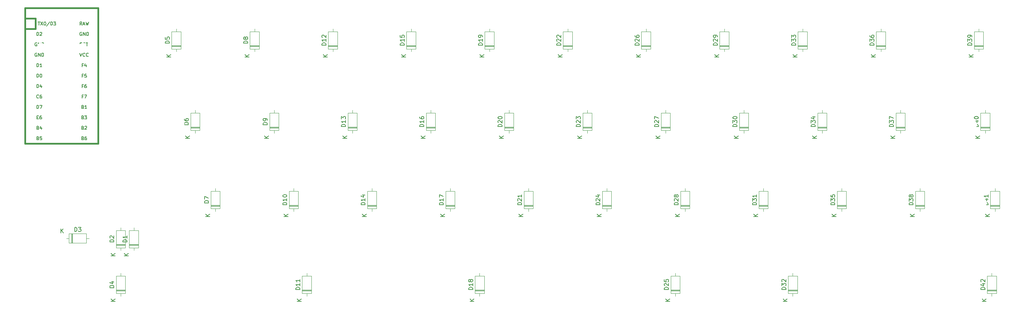
<source format=gto>
%TF.GenerationSoftware,KiCad,Pcbnew,5.1.9*%
%TF.CreationDate,2021-02-03T17:10:17+02:00*%
%TF.ProjectId,arc40,61726334-302e-46b6-9963-61645f706362,rev?*%
%TF.SameCoordinates,Original*%
%TF.FileFunction,Legend,Top*%
%TF.FilePolarity,Positive*%
%FSLAX46Y46*%
G04 Gerber Fmt 4.6, Leading zero omitted, Abs format (unit mm)*
G04 Created by KiCad (PCBNEW 5.1.9) date 2021-02-03 17:10:17*
%MOMM*%
%LPD*%
G01*
G04 APERTURE LIST*
%ADD10C,0.381000*%
%ADD11C,0.150000*%
%ADD12C,0.120000*%
%ADD13C,1.752600*%
%ADD14R,1.752600X1.752600*%
%ADD15C,3.987800*%
%ADD16C,1.750000*%
%ADD17C,3.048000*%
%ADD18O,1.600000X1.600000*%
%ADD19R,1.600000X1.600000*%
G04 APERTURE END LIST*
D10*
%TO.C,U1*%
X50710000Y-52810000D02*
X48170000Y-52810000D01*
X48170000Y-50270000D02*
X48170000Y-52810000D01*
X65950000Y-50270000D02*
X48170000Y-50270000D01*
X65950000Y-52810000D02*
X65950000Y-50270000D01*
D11*
G36*
X61991568Y-59289360D02*
G01*
X61991568Y-59489360D01*
X61891568Y-59489360D01*
X61891568Y-59289360D01*
X61991568Y-59289360D01*
G37*
X61991568Y-59289360D02*
X61991568Y-59489360D01*
X61891568Y-59489360D01*
X61891568Y-59289360D01*
X61991568Y-59289360D01*
G36*
X61591568Y-58689360D02*
G01*
X61591568Y-59489360D01*
X61491568Y-59489360D01*
X61491568Y-58689360D01*
X61591568Y-58689360D01*
G37*
X61591568Y-58689360D02*
X61591568Y-59489360D01*
X61491568Y-59489360D01*
X61491568Y-58689360D01*
X61591568Y-58689360D01*
G36*
X61991568Y-58689360D02*
G01*
X61991568Y-58789360D01*
X61491568Y-58789360D01*
X61491568Y-58689360D01*
X61991568Y-58689360D01*
G37*
X61991568Y-58689360D02*
X61991568Y-58789360D01*
X61491568Y-58789360D01*
X61491568Y-58689360D01*
X61991568Y-58689360D01*
G36*
X61791568Y-59089360D02*
G01*
X61791568Y-59189360D01*
X61691568Y-59189360D01*
X61691568Y-59089360D01*
X61791568Y-59089360D01*
G37*
X61791568Y-59089360D02*
X61791568Y-59189360D01*
X61691568Y-59189360D01*
X61691568Y-59089360D01*
X61791568Y-59089360D01*
G36*
X61991568Y-58689360D02*
G01*
X61991568Y-58989360D01*
X61891568Y-58989360D01*
X61891568Y-58689360D01*
X61991568Y-58689360D01*
G37*
X61991568Y-58689360D02*
X61991568Y-58989360D01*
X61891568Y-58989360D01*
X61891568Y-58689360D01*
X61991568Y-58689360D01*
D10*
X50710000Y-55350000D02*
X48170000Y-55350000D01*
X50710000Y-52810000D02*
X50710000Y-55350000D01*
X65950000Y-83290000D02*
X65950000Y-52810000D01*
X48170000Y-83290000D02*
X65950000Y-83290000D01*
X48170000Y-52810000D02*
X48170000Y-83290000D01*
D12*
%TO.C,D42*%
X282249000Y-119154000D02*
X284489000Y-119154000D01*
X282249000Y-118914000D02*
X284489000Y-118914000D01*
X282249000Y-119034000D02*
X284489000Y-119034000D01*
X283369000Y-114864000D02*
X283369000Y-115514000D01*
X283369000Y-120404000D02*
X283369000Y-119754000D01*
X282249000Y-115514000D02*
X282249000Y-119754000D01*
X284489000Y-115514000D02*
X282249000Y-115514000D01*
X284489000Y-119754000D02*
X284489000Y-115514000D01*
X282249000Y-119754000D02*
X284489000Y-119754000D01*
%TO.C,D41*%
X283042000Y-98516000D02*
X285282000Y-98516000D01*
X283042000Y-98276000D02*
X285282000Y-98276000D01*
X283042000Y-98396000D02*
X285282000Y-98396000D01*
X284162000Y-94226000D02*
X284162000Y-94876000D01*
X284162000Y-99766000D02*
X284162000Y-99116000D01*
X283042000Y-94876000D02*
X283042000Y-99116000D01*
X285282000Y-94876000D02*
X283042000Y-94876000D01*
X285282000Y-99116000D02*
X285282000Y-94876000D01*
X283042000Y-99116000D02*
X285282000Y-99116000D01*
%TO.C,D40*%
X280661000Y-79466200D02*
X282901000Y-79466200D01*
X280661000Y-79226200D02*
X282901000Y-79226200D01*
X280661000Y-79346200D02*
X282901000Y-79346200D01*
X281781000Y-75176200D02*
X281781000Y-75826200D01*
X281781000Y-80716200D02*
X281781000Y-80066200D01*
X280661000Y-75826200D02*
X280661000Y-80066200D01*
X282901000Y-75826200D02*
X280661000Y-75826200D01*
X282901000Y-80066200D02*
X282901000Y-75826200D01*
X280661000Y-80066200D02*
X282901000Y-80066200D01*
%TO.C,D39*%
X279074000Y-59622500D02*
X281314000Y-59622500D01*
X279074000Y-59382500D02*
X281314000Y-59382500D01*
X279074000Y-59502500D02*
X281314000Y-59502500D01*
X280194000Y-55332500D02*
X280194000Y-55982500D01*
X280194000Y-60872500D02*
X280194000Y-60222500D01*
X279074000Y-55982500D02*
X279074000Y-60222500D01*
X281314000Y-55982500D02*
X279074000Y-55982500D01*
X281314000Y-60222500D02*
X281314000Y-55982500D01*
X279074000Y-60222500D02*
X281314000Y-60222500D01*
%TO.C,D38*%
X264786000Y-98516000D02*
X267026000Y-98516000D01*
X264786000Y-98276000D02*
X267026000Y-98276000D01*
X264786000Y-98396000D02*
X267026000Y-98396000D01*
X265906000Y-94226000D02*
X265906000Y-94876000D01*
X265906000Y-99766000D02*
X265906000Y-99116000D01*
X264786000Y-94876000D02*
X264786000Y-99116000D01*
X267026000Y-94876000D02*
X264786000Y-94876000D01*
X267026000Y-99116000D02*
X267026000Y-94876000D01*
X264786000Y-99116000D02*
X267026000Y-99116000D01*
%TO.C,D37*%
X260024000Y-79466200D02*
X262264000Y-79466200D01*
X260024000Y-79226200D02*
X262264000Y-79226200D01*
X260024000Y-79346200D02*
X262264000Y-79346200D01*
X261144000Y-75176200D02*
X261144000Y-75826200D01*
X261144000Y-80716200D02*
X261144000Y-80066200D01*
X260024000Y-75826200D02*
X260024000Y-80066200D01*
X262264000Y-75826200D02*
X260024000Y-75826200D01*
X262264000Y-80066200D02*
X262264000Y-75826200D01*
X260024000Y-80066200D02*
X262264000Y-80066200D01*
%TO.C,D36*%
X255261000Y-59622500D02*
X257501000Y-59622500D01*
X255261000Y-59382500D02*
X257501000Y-59382500D01*
X255261000Y-59502500D02*
X257501000Y-59502500D01*
X256381000Y-55332500D02*
X256381000Y-55982500D01*
X256381000Y-60872500D02*
X256381000Y-60222500D01*
X255261000Y-55982500D02*
X255261000Y-60222500D01*
X257501000Y-55982500D02*
X255261000Y-55982500D01*
X257501000Y-60222500D02*
X257501000Y-55982500D01*
X255261000Y-60222500D02*
X257501000Y-60222500D01*
%TO.C,D35*%
X245736000Y-98516000D02*
X247976000Y-98516000D01*
X245736000Y-98276000D02*
X247976000Y-98276000D01*
X245736000Y-98396000D02*
X247976000Y-98396000D01*
X246856000Y-94226000D02*
X246856000Y-94876000D01*
X246856000Y-99766000D02*
X246856000Y-99116000D01*
X245736000Y-94876000D02*
X245736000Y-99116000D01*
X247976000Y-94876000D02*
X245736000Y-94876000D01*
X247976000Y-99116000D02*
X247976000Y-94876000D01*
X245736000Y-99116000D02*
X247976000Y-99116000D01*
%TO.C,D34*%
X240974000Y-79466200D02*
X243214000Y-79466200D01*
X240974000Y-79226200D02*
X243214000Y-79226200D01*
X240974000Y-79346200D02*
X243214000Y-79346200D01*
X242094000Y-75176200D02*
X242094000Y-75826200D01*
X242094000Y-80716200D02*
X242094000Y-80066200D01*
X240974000Y-75826200D02*
X240974000Y-80066200D01*
X243214000Y-75826200D02*
X240974000Y-75826200D01*
X243214000Y-80066200D02*
X243214000Y-75826200D01*
X240974000Y-80066200D02*
X243214000Y-80066200D01*
%TO.C,D33*%
X236211000Y-59622500D02*
X238451000Y-59622500D01*
X236211000Y-59382500D02*
X238451000Y-59382500D01*
X236211000Y-59502500D02*
X238451000Y-59502500D01*
X237331000Y-55332500D02*
X237331000Y-55982500D01*
X237331000Y-60872500D02*
X237331000Y-60222500D01*
X236211000Y-55982500D02*
X236211000Y-60222500D01*
X238451000Y-55982500D02*
X236211000Y-55982500D01*
X238451000Y-60222500D02*
X238451000Y-55982500D01*
X236211000Y-60222500D02*
X238451000Y-60222500D01*
%TO.C,D32*%
X233830000Y-119154000D02*
X236070000Y-119154000D01*
X233830000Y-118914000D02*
X236070000Y-118914000D01*
X233830000Y-119034000D02*
X236070000Y-119034000D01*
X234950000Y-114864000D02*
X234950000Y-115514000D01*
X234950000Y-120404000D02*
X234950000Y-119754000D01*
X233830000Y-115514000D02*
X233830000Y-119754000D01*
X236070000Y-115514000D02*
X233830000Y-115514000D01*
X236070000Y-119754000D02*
X236070000Y-115514000D01*
X233830000Y-119754000D02*
X236070000Y-119754000D01*
%TO.C,D31*%
X226686000Y-98516000D02*
X228926000Y-98516000D01*
X226686000Y-98276000D02*
X228926000Y-98276000D01*
X226686000Y-98396000D02*
X228926000Y-98396000D01*
X227806000Y-94226000D02*
X227806000Y-94876000D01*
X227806000Y-99766000D02*
X227806000Y-99116000D01*
X226686000Y-94876000D02*
X226686000Y-99116000D01*
X228926000Y-94876000D02*
X226686000Y-94876000D01*
X228926000Y-99116000D02*
X228926000Y-94876000D01*
X226686000Y-99116000D02*
X228926000Y-99116000D01*
%TO.C,D30*%
X221924000Y-79466200D02*
X224164000Y-79466200D01*
X221924000Y-79226200D02*
X224164000Y-79226200D01*
X221924000Y-79346200D02*
X224164000Y-79346200D01*
X223044000Y-75176200D02*
X223044000Y-75826200D01*
X223044000Y-80716200D02*
X223044000Y-80066200D01*
X221924000Y-75826200D02*
X221924000Y-80066200D01*
X224164000Y-75826200D02*
X221924000Y-75826200D01*
X224164000Y-80066200D02*
X224164000Y-75826200D01*
X221924000Y-80066200D02*
X224164000Y-80066200D01*
%TO.C,D29*%
X217161000Y-59622500D02*
X219401000Y-59622500D01*
X217161000Y-59382500D02*
X219401000Y-59382500D01*
X217161000Y-59502500D02*
X219401000Y-59502500D01*
X218281000Y-55332500D02*
X218281000Y-55982500D01*
X218281000Y-60872500D02*
X218281000Y-60222500D01*
X217161000Y-55982500D02*
X217161000Y-60222500D01*
X219401000Y-55982500D02*
X217161000Y-55982500D01*
X219401000Y-60222500D02*
X219401000Y-55982500D01*
X217161000Y-60222500D02*
X219401000Y-60222500D01*
%TO.C,D28*%
X207636000Y-98516000D02*
X209876000Y-98516000D01*
X207636000Y-98276000D02*
X209876000Y-98276000D01*
X207636000Y-98396000D02*
X209876000Y-98396000D01*
X208756000Y-94226000D02*
X208756000Y-94876000D01*
X208756000Y-99766000D02*
X208756000Y-99116000D01*
X207636000Y-94876000D02*
X207636000Y-99116000D01*
X209876000Y-94876000D02*
X207636000Y-94876000D01*
X209876000Y-99116000D02*
X209876000Y-94876000D01*
X207636000Y-99116000D02*
X209876000Y-99116000D01*
%TO.C,D27*%
X202874000Y-79466200D02*
X205114000Y-79466200D01*
X202874000Y-79226200D02*
X205114000Y-79226200D01*
X202874000Y-79346200D02*
X205114000Y-79346200D01*
X203994000Y-75176200D02*
X203994000Y-75826200D01*
X203994000Y-80716200D02*
X203994000Y-80066200D01*
X202874000Y-75826200D02*
X202874000Y-80066200D01*
X205114000Y-75826200D02*
X202874000Y-75826200D01*
X205114000Y-80066200D02*
X205114000Y-75826200D01*
X202874000Y-80066200D02*
X205114000Y-80066200D01*
%TO.C,D26*%
X198111000Y-59622500D02*
X200351000Y-59622500D01*
X198111000Y-59382500D02*
X200351000Y-59382500D01*
X198111000Y-59502500D02*
X200351000Y-59502500D01*
X199231000Y-55332500D02*
X199231000Y-55982500D01*
X199231000Y-60872500D02*
X199231000Y-60222500D01*
X198111000Y-55982500D02*
X198111000Y-60222500D01*
X200351000Y-55982500D02*
X198111000Y-55982500D01*
X200351000Y-60222500D02*
X200351000Y-55982500D01*
X198111000Y-60222500D02*
X200351000Y-60222500D01*
%TO.C,D25*%
X205255000Y-119154000D02*
X207495000Y-119154000D01*
X205255000Y-118914000D02*
X207495000Y-118914000D01*
X205255000Y-119034000D02*
X207495000Y-119034000D01*
X206375000Y-114864000D02*
X206375000Y-115514000D01*
X206375000Y-120404000D02*
X206375000Y-119754000D01*
X205255000Y-115514000D02*
X205255000Y-119754000D01*
X207495000Y-115514000D02*
X205255000Y-115514000D01*
X207495000Y-119754000D02*
X207495000Y-115514000D01*
X205255000Y-119754000D02*
X207495000Y-119754000D01*
%TO.C,D24*%
X188586000Y-98516000D02*
X190826000Y-98516000D01*
X188586000Y-98276000D02*
X190826000Y-98276000D01*
X188586000Y-98396000D02*
X190826000Y-98396000D01*
X189706000Y-94226000D02*
X189706000Y-94876000D01*
X189706000Y-99766000D02*
X189706000Y-99116000D01*
X188586000Y-94876000D02*
X188586000Y-99116000D01*
X190826000Y-94876000D02*
X188586000Y-94876000D01*
X190826000Y-99116000D02*
X190826000Y-94876000D01*
X188586000Y-99116000D02*
X190826000Y-99116000D01*
%TO.C,D23*%
X183824000Y-79466200D02*
X186064000Y-79466200D01*
X183824000Y-79226200D02*
X186064000Y-79226200D01*
X183824000Y-79346200D02*
X186064000Y-79346200D01*
X184944000Y-75176200D02*
X184944000Y-75826200D01*
X184944000Y-80716200D02*
X184944000Y-80066200D01*
X183824000Y-75826200D02*
X183824000Y-80066200D01*
X186064000Y-75826200D02*
X183824000Y-75826200D01*
X186064000Y-80066200D02*
X186064000Y-75826200D01*
X183824000Y-80066200D02*
X186064000Y-80066200D01*
%TO.C,D22*%
X179061000Y-59622500D02*
X181301000Y-59622500D01*
X179061000Y-59382500D02*
X181301000Y-59382500D01*
X179061000Y-59502500D02*
X181301000Y-59502500D01*
X180181000Y-55332500D02*
X180181000Y-55982500D01*
X180181000Y-60872500D02*
X180181000Y-60222500D01*
X179061000Y-55982500D02*
X179061000Y-60222500D01*
X181301000Y-55982500D02*
X179061000Y-55982500D01*
X181301000Y-60222500D02*
X181301000Y-55982500D01*
X179061000Y-60222500D02*
X181301000Y-60222500D01*
%TO.C,D21*%
X169536000Y-98516000D02*
X171776000Y-98516000D01*
X169536000Y-98276000D02*
X171776000Y-98276000D01*
X169536000Y-98396000D02*
X171776000Y-98396000D01*
X170656000Y-94226000D02*
X170656000Y-94876000D01*
X170656000Y-99766000D02*
X170656000Y-99116000D01*
X169536000Y-94876000D02*
X169536000Y-99116000D01*
X171776000Y-94876000D02*
X169536000Y-94876000D01*
X171776000Y-99116000D02*
X171776000Y-94876000D01*
X169536000Y-99116000D02*
X171776000Y-99116000D01*
%TO.C,D20*%
X164774000Y-79466200D02*
X167014000Y-79466200D01*
X164774000Y-79226200D02*
X167014000Y-79226200D01*
X164774000Y-79346200D02*
X167014000Y-79346200D01*
X165894000Y-75176200D02*
X165894000Y-75826200D01*
X165894000Y-80716200D02*
X165894000Y-80066200D01*
X164774000Y-75826200D02*
X164774000Y-80066200D01*
X167014000Y-75826200D02*
X164774000Y-75826200D01*
X167014000Y-80066200D02*
X167014000Y-75826200D01*
X164774000Y-80066200D02*
X167014000Y-80066200D01*
%TO.C,D19*%
X160011000Y-59622500D02*
X162251000Y-59622500D01*
X160011000Y-59382500D02*
X162251000Y-59382500D01*
X160011000Y-59502500D02*
X162251000Y-59502500D01*
X161131000Y-55332500D02*
X161131000Y-55982500D01*
X161131000Y-60872500D02*
X161131000Y-60222500D01*
X160011000Y-55982500D02*
X160011000Y-60222500D01*
X162251000Y-55982500D02*
X160011000Y-55982500D01*
X162251000Y-60222500D02*
X162251000Y-55982500D01*
X160011000Y-60222500D02*
X162251000Y-60222500D01*
%TO.C,D18*%
X157630000Y-119154000D02*
X159870000Y-119154000D01*
X157630000Y-118914000D02*
X159870000Y-118914000D01*
X157630000Y-119034000D02*
X159870000Y-119034000D01*
X158750000Y-114864000D02*
X158750000Y-115514000D01*
X158750000Y-120404000D02*
X158750000Y-119754000D01*
X157630000Y-115514000D02*
X157630000Y-119754000D01*
X159870000Y-115514000D02*
X157630000Y-115514000D01*
X159870000Y-119754000D02*
X159870000Y-115514000D01*
X157630000Y-119754000D02*
X159870000Y-119754000D01*
%TO.C,D17*%
X150486000Y-98516000D02*
X152726000Y-98516000D01*
X150486000Y-98276000D02*
X152726000Y-98276000D01*
X150486000Y-98396000D02*
X152726000Y-98396000D01*
X151606000Y-94226000D02*
X151606000Y-94876000D01*
X151606000Y-99766000D02*
X151606000Y-99116000D01*
X150486000Y-94876000D02*
X150486000Y-99116000D01*
X152726000Y-94876000D02*
X150486000Y-94876000D01*
X152726000Y-99116000D02*
X152726000Y-94876000D01*
X150486000Y-99116000D02*
X152726000Y-99116000D01*
%TO.C,D16*%
X145724000Y-79466200D02*
X147964000Y-79466200D01*
X145724000Y-79226200D02*
X147964000Y-79226200D01*
X145724000Y-79346200D02*
X147964000Y-79346200D01*
X146844000Y-75176200D02*
X146844000Y-75826200D01*
X146844000Y-80716200D02*
X146844000Y-80066200D01*
X145724000Y-75826200D02*
X145724000Y-80066200D01*
X147964000Y-75826200D02*
X145724000Y-75826200D01*
X147964000Y-80066200D02*
X147964000Y-75826200D01*
X145724000Y-80066200D02*
X147964000Y-80066200D01*
%TO.C,D15*%
X140961000Y-59622500D02*
X143201000Y-59622500D01*
X140961000Y-59382500D02*
X143201000Y-59382500D01*
X140961000Y-59502500D02*
X143201000Y-59502500D01*
X142081000Y-55332500D02*
X142081000Y-55982500D01*
X142081000Y-60872500D02*
X142081000Y-60222500D01*
X140961000Y-55982500D02*
X140961000Y-60222500D01*
X143201000Y-55982500D02*
X140961000Y-55982500D01*
X143201000Y-60222500D02*
X143201000Y-55982500D01*
X140961000Y-60222500D02*
X143201000Y-60222500D01*
%TO.C,D14*%
X131436000Y-98516000D02*
X133676000Y-98516000D01*
X131436000Y-98276000D02*
X133676000Y-98276000D01*
X131436000Y-98396000D02*
X133676000Y-98396000D01*
X132556000Y-94226000D02*
X132556000Y-94876000D01*
X132556000Y-99766000D02*
X132556000Y-99116000D01*
X131436000Y-94876000D02*
X131436000Y-99116000D01*
X133676000Y-94876000D02*
X131436000Y-94876000D01*
X133676000Y-99116000D02*
X133676000Y-94876000D01*
X131436000Y-99116000D02*
X133676000Y-99116000D01*
%TO.C,D13*%
X126674000Y-79466200D02*
X128914000Y-79466200D01*
X126674000Y-79226200D02*
X128914000Y-79226200D01*
X126674000Y-79346200D02*
X128914000Y-79346200D01*
X127794000Y-75176200D02*
X127794000Y-75826200D01*
X127794000Y-80716200D02*
X127794000Y-80066200D01*
X126674000Y-75826200D02*
X126674000Y-80066200D01*
X128914000Y-75826200D02*
X126674000Y-75826200D01*
X128914000Y-80066200D02*
X128914000Y-75826200D01*
X126674000Y-80066200D02*
X128914000Y-80066200D01*
%TO.C,D12*%
X121911000Y-59622500D02*
X124151000Y-59622500D01*
X121911000Y-59382500D02*
X124151000Y-59382500D01*
X121911000Y-59502500D02*
X124151000Y-59502500D01*
X123031000Y-55332500D02*
X123031000Y-55982500D01*
X123031000Y-60872500D02*
X123031000Y-60222500D01*
X121911000Y-55982500D02*
X121911000Y-60222500D01*
X124151000Y-55982500D02*
X121911000Y-55982500D01*
X124151000Y-60222500D02*
X124151000Y-55982500D01*
X121911000Y-60222500D02*
X124151000Y-60222500D01*
%TO.C,D11*%
X115561000Y-119154000D02*
X117801000Y-119154000D01*
X115561000Y-118914000D02*
X117801000Y-118914000D01*
X115561000Y-119034000D02*
X117801000Y-119034000D01*
X116681000Y-114864000D02*
X116681000Y-115514000D01*
X116681000Y-120404000D02*
X116681000Y-119754000D01*
X115561000Y-115514000D02*
X115561000Y-119754000D01*
X117801000Y-115514000D02*
X115561000Y-115514000D01*
X117801000Y-119754000D02*
X117801000Y-115514000D01*
X115561000Y-119754000D02*
X117801000Y-119754000D01*
%TO.C,D10*%
X112386000Y-98516000D02*
X114626000Y-98516000D01*
X112386000Y-98276000D02*
X114626000Y-98276000D01*
X112386000Y-98396000D02*
X114626000Y-98396000D01*
X113506000Y-94226000D02*
X113506000Y-94876000D01*
X113506000Y-99766000D02*
X113506000Y-99116000D01*
X112386000Y-94876000D02*
X112386000Y-99116000D01*
X114626000Y-94876000D02*
X112386000Y-94876000D01*
X114626000Y-99116000D02*
X114626000Y-94876000D01*
X112386000Y-99116000D02*
X114626000Y-99116000D01*
%TO.C,D9*%
X107624000Y-79466200D02*
X109864000Y-79466200D01*
X107624000Y-79226200D02*
X109864000Y-79226200D01*
X107624000Y-79346200D02*
X109864000Y-79346200D01*
X108744000Y-75176200D02*
X108744000Y-75826200D01*
X108744000Y-80716200D02*
X108744000Y-80066200D01*
X107624000Y-75826200D02*
X107624000Y-80066200D01*
X109864000Y-75826200D02*
X107624000Y-75826200D01*
X109864000Y-80066200D02*
X109864000Y-75826200D01*
X107624000Y-80066200D02*
X109864000Y-80066200D01*
%TO.C,D8*%
X102861000Y-59622500D02*
X105101000Y-59622500D01*
X102861000Y-59382500D02*
X105101000Y-59382500D01*
X102861000Y-59502500D02*
X105101000Y-59502500D01*
X103981000Y-55332500D02*
X103981000Y-55982500D01*
X103981000Y-60872500D02*
X103981000Y-60222500D01*
X102861000Y-55982500D02*
X102861000Y-60222500D01*
X105101000Y-55982500D02*
X102861000Y-55982500D01*
X105101000Y-60222500D02*
X105101000Y-55982500D01*
X102861000Y-60222500D02*
X105101000Y-60222500D01*
%TO.C,D7*%
X93336200Y-98516000D02*
X95576200Y-98516000D01*
X93336200Y-98276000D02*
X95576200Y-98276000D01*
X93336200Y-98396000D02*
X95576200Y-98396000D01*
X94456200Y-94226000D02*
X94456200Y-94876000D01*
X94456200Y-99766000D02*
X94456200Y-99116000D01*
X93336200Y-94876000D02*
X93336200Y-99116000D01*
X95576200Y-94876000D02*
X93336200Y-94876000D01*
X95576200Y-99116000D02*
X95576200Y-94876000D01*
X93336200Y-99116000D02*
X95576200Y-99116000D01*
%TO.C,D6*%
X88430000Y-79466200D02*
X90670000Y-79466200D01*
X88430000Y-79226200D02*
X90670000Y-79226200D01*
X88430000Y-79346200D02*
X90670000Y-79346200D01*
X89550000Y-75176200D02*
X89550000Y-75826200D01*
X89550000Y-80716200D02*
X89550000Y-80066200D01*
X88430000Y-75826200D02*
X88430000Y-80066200D01*
X90670000Y-75826200D02*
X88430000Y-75826200D01*
X90670000Y-80066200D02*
X90670000Y-75826200D01*
X88430000Y-80066200D02*
X90670000Y-80066200D01*
%TO.C,D5*%
X83811200Y-59622500D02*
X86051200Y-59622500D01*
X83811200Y-59382500D02*
X86051200Y-59382500D01*
X83811200Y-59502500D02*
X86051200Y-59502500D01*
X84931200Y-55332500D02*
X84931200Y-55982500D01*
X84931200Y-60872500D02*
X84931200Y-60222500D01*
X83811200Y-55982500D02*
X83811200Y-60222500D01*
X86051200Y-55982500D02*
X83811200Y-55982500D01*
X86051200Y-60222500D02*
X86051200Y-55982500D01*
X83811200Y-60222500D02*
X86051200Y-60222500D01*
%TO.C,D4*%
X70317500Y-119154000D02*
X72557500Y-119154000D01*
X70317500Y-118914000D02*
X72557500Y-118914000D01*
X70317500Y-119034000D02*
X72557500Y-119034000D01*
X71437500Y-114864000D02*
X71437500Y-115514000D01*
X71437500Y-120404000D02*
X71437500Y-119754000D01*
X70317500Y-115514000D02*
X70317500Y-119754000D01*
X72557500Y-115514000D02*
X70317500Y-115514000D01*
X72557500Y-119754000D02*
X72557500Y-115514000D01*
X70317500Y-119754000D02*
X72557500Y-119754000D01*
%TO.C,D3*%
X59440000Y-105242000D02*
X59440000Y-107482000D01*
X59680000Y-105242000D02*
X59680000Y-107482000D01*
X59560000Y-105242000D02*
X59560000Y-107482000D01*
X63730000Y-106362000D02*
X63080000Y-106362000D01*
X58190000Y-106362000D02*
X58840000Y-106362000D01*
X63080000Y-105242000D02*
X58840000Y-105242000D01*
X63080000Y-107482000D02*
X63080000Y-105242000D01*
X58840000Y-107482000D02*
X63080000Y-107482000D01*
X58840000Y-105242000D02*
X58840000Y-107482000D01*
%TO.C,D2*%
X70317500Y-108041000D02*
X72557500Y-108041000D01*
X70317500Y-107801000D02*
X72557500Y-107801000D01*
X70317500Y-107921000D02*
X72557500Y-107921000D01*
X71437500Y-103751000D02*
X71437500Y-104401000D01*
X71437500Y-109291000D02*
X71437500Y-108641000D01*
X70317500Y-104401000D02*
X70317500Y-108641000D01*
X72557500Y-104401000D02*
X70317500Y-104401000D01*
X72557500Y-108641000D02*
X72557500Y-104401000D01*
X70317500Y-108641000D02*
X72557500Y-108641000D01*
%TO.C,D1*%
X73492500Y-108041000D02*
X75732500Y-108041000D01*
X73492500Y-107801000D02*
X75732500Y-107801000D01*
X73492500Y-107921000D02*
X75732500Y-107921000D01*
X74612500Y-103751000D02*
X74612500Y-104401000D01*
X74612500Y-109291000D02*
X74612500Y-108641000D01*
X73492500Y-104401000D02*
X73492500Y-108641000D01*
X75732500Y-104401000D02*
X73492500Y-104401000D01*
X75732500Y-108641000D02*
X75732500Y-104401000D01*
X73492500Y-108641000D02*
X75732500Y-108641000D01*
%TO.C,U1*%
D11*
X51297651Y-53641904D02*
X51754794Y-53641904D01*
X51526223Y-54441904D02*
X51526223Y-53641904D01*
X51945270Y-53641904D02*
X52478604Y-54441904D01*
X52478604Y-53641904D02*
X51945270Y-54441904D01*
X52935747Y-53641904D02*
X53011937Y-53641904D01*
X53088128Y-53680000D01*
X53126223Y-53718095D01*
X53164318Y-53794285D01*
X53202413Y-53946666D01*
X53202413Y-54137142D01*
X53164318Y-54289523D01*
X53126223Y-54365714D01*
X53088128Y-54403809D01*
X53011937Y-54441904D01*
X52935747Y-54441904D01*
X52859556Y-54403809D01*
X52821461Y-54365714D01*
X52783366Y-54289523D01*
X52745270Y-54137142D01*
X52745270Y-53946666D01*
X52783366Y-53794285D01*
X52821461Y-53718095D01*
X52859556Y-53680000D01*
X52935747Y-53641904D01*
X54116699Y-53603809D02*
X53430985Y-54632380D01*
X54383366Y-54441904D02*
X54383366Y-53641904D01*
X54573842Y-53641904D01*
X54688128Y-53680000D01*
X54764318Y-53756190D01*
X54802413Y-53832380D01*
X54840508Y-53984761D01*
X54840508Y-54099047D01*
X54802413Y-54251428D01*
X54764318Y-54327619D01*
X54688128Y-54403809D01*
X54573842Y-54441904D01*
X54383366Y-54441904D01*
X55107175Y-53641904D02*
X55602413Y-53641904D01*
X55335747Y-53946666D01*
X55450032Y-53946666D01*
X55526223Y-53984761D01*
X55564318Y-54022857D01*
X55602413Y-54099047D01*
X55602413Y-54289523D01*
X55564318Y-54365714D01*
X55526223Y-54403809D01*
X55450032Y-54441904D01*
X55221461Y-54441904D01*
X55145270Y-54403809D01*
X55107175Y-54365714D01*
X51008523Y-56981904D02*
X51008523Y-56181904D01*
X51199000Y-56181904D01*
X51313285Y-56220000D01*
X51389476Y-56296190D01*
X51427571Y-56372380D01*
X51465666Y-56524761D01*
X51465666Y-56639047D01*
X51427571Y-56791428D01*
X51389476Y-56867619D01*
X51313285Y-56943809D01*
X51199000Y-56981904D01*
X51008523Y-56981904D01*
X51770428Y-56258095D02*
X51808523Y-56220000D01*
X51884714Y-56181904D01*
X52075190Y-56181904D01*
X52151380Y-56220000D01*
X52189476Y-56258095D01*
X52227571Y-56334285D01*
X52227571Y-56410476D01*
X52189476Y-56524761D01*
X51732333Y-56981904D01*
X52227571Y-56981904D01*
X51008523Y-67141904D02*
X51008523Y-66341904D01*
X51199000Y-66341904D01*
X51313285Y-66380000D01*
X51389476Y-66456190D01*
X51427571Y-66532380D01*
X51465666Y-66684761D01*
X51465666Y-66799047D01*
X51427571Y-66951428D01*
X51389476Y-67027619D01*
X51313285Y-67103809D01*
X51199000Y-67141904D01*
X51008523Y-67141904D01*
X51960904Y-66341904D02*
X52037095Y-66341904D01*
X52113285Y-66380000D01*
X52151380Y-66418095D01*
X52189476Y-66494285D01*
X52227571Y-66646666D01*
X52227571Y-66837142D01*
X52189476Y-66989523D01*
X52151380Y-67065714D01*
X52113285Y-67103809D01*
X52037095Y-67141904D01*
X51960904Y-67141904D01*
X51884714Y-67103809D01*
X51846619Y-67065714D01*
X51808523Y-66989523D01*
X51770428Y-66837142D01*
X51770428Y-66646666D01*
X51808523Y-66494285D01*
X51846619Y-66418095D01*
X51884714Y-66380000D01*
X51960904Y-66341904D01*
X51008523Y-64601904D02*
X51008523Y-63801904D01*
X51199000Y-63801904D01*
X51313285Y-63840000D01*
X51389476Y-63916190D01*
X51427571Y-63992380D01*
X51465666Y-64144761D01*
X51465666Y-64259047D01*
X51427571Y-64411428D01*
X51389476Y-64487619D01*
X51313285Y-64563809D01*
X51199000Y-64601904D01*
X51008523Y-64601904D01*
X52227571Y-64601904D02*
X51770428Y-64601904D01*
X51999000Y-64601904D02*
X51999000Y-63801904D01*
X51922809Y-63916190D01*
X51846619Y-63992380D01*
X51770428Y-64030476D01*
X50989476Y-61300000D02*
X50913285Y-61261904D01*
X50799000Y-61261904D01*
X50684714Y-61300000D01*
X50608523Y-61376190D01*
X50570428Y-61452380D01*
X50532333Y-61604761D01*
X50532333Y-61719047D01*
X50570428Y-61871428D01*
X50608523Y-61947619D01*
X50684714Y-62023809D01*
X50799000Y-62061904D01*
X50875190Y-62061904D01*
X50989476Y-62023809D01*
X51027571Y-61985714D01*
X51027571Y-61719047D01*
X50875190Y-61719047D01*
X51370428Y-62061904D02*
X51370428Y-61261904D01*
X51827571Y-62061904D01*
X51827571Y-61261904D01*
X52208523Y-62061904D02*
X52208523Y-61261904D01*
X52399000Y-61261904D01*
X52513285Y-61300000D01*
X52589476Y-61376190D01*
X52627571Y-61452380D01*
X52665666Y-61604761D01*
X52665666Y-61719047D01*
X52627571Y-61871428D01*
X52589476Y-61947619D01*
X52513285Y-62023809D01*
X52399000Y-62061904D01*
X52208523Y-62061904D01*
X50989476Y-58760000D02*
X50913285Y-58721904D01*
X50799000Y-58721904D01*
X50684714Y-58760000D01*
X50608523Y-58836190D01*
X50570428Y-58912380D01*
X50532333Y-59064761D01*
X50532333Y-59179047D01*
X50570428Y-59331428D01*
X50608523Y-59407619D01*
X50684714Y-59483809D01*
X50799000Y-59521904D01*
X50875190Y-59521904D01*
X50989476Y-59483809D01*
X51027571Y-59445714D01*
X51027571Y-59179047D01*
X50875190Y-59179047D01*
X51370428Y-59521904D02*
X51370428Y-58721904D01*
X51827571Y-59521904D01*
X51827571Y-58721904D01*
X52208523Y-59521904D02*
X52208523Y-58721904D01*
X52399000Y-58721904D01*
X52513285Y-58760000D01*
X52589476Y-58836190D01*
X52627571Y-58912380D01*
X52665666Y-59064761D01*
X52665666Y-59179047D01*
X52627571Y-59331428D01*
X52589476Y-59407619D01*
X52513285Y-59483809D01*
X52399000Y-59521904D01*
X52208523Y-59521904D01*
X51008523Y-69681904D02*
X51008523Y-68881904D01*
X51199000Y-68881904D01*
X51313285Y-68920000D01*
X51389476Y-68996190D01*
X51427571Y-69072380D01*
X51465666Y-69224761D01*
X51465666Y-69339047D01*
X51427571Y-69491428D01*
X51389476Y-69567619D01*
X51313285Y-69643809D01*
X51199000Y-69681904D01*
X51008523Y-69681904D01*
X52151380Y-69148571D02*
X52151380Y-69681904D01*
X51960904Y-68843809D02*
X51770428Y-69415238D01*
X52265666Y-69415238D01*
X51465666Y-72145714D02*
X51427571Y-72183809D01*
X51313285Y-72221904D01*
X51237095Y-72221904D01*
X51122809Y-72183809D01*
X51046619Y-72107619D01*
X51008523Y-72031428D01*
X50970428Y-71879047D01*
X50970428Y-71764761D01*
X51008523Y-71612380D01*
X51046619Y-71536190D01*
X51122809Y-71460000D01*
X51237095Y-71421904D01*
X51313285Y-71421904D01*
X51427571Y-71460000D01*
X51465666Y-71498095D01*
X52151380Y-71421904D02*
X51999000Y-71421904D01*
X51922809Y-71460000D01*
X51884714Y-71498095D01*
X51808523Y-71612380D01*
X51770428Y-71764761D01*
X51770428Y-72069523D01*
X51808523Y-72145714D01*
X51846619Y-72183809D01*
X51922809Y-72221904D01*
X52075190Y-72221904D01*
X52151380Y-72183809D01*
X52189476Y-72145714D01*
X52227571Y-72069523D01*
X52227571Y-71879047D01*
X52189476Y-71802857D01*
X52151380Y-71764761D01*
X52075190Y-71726666D01*
X51922809Y-71726666D01*
X51846619Y-71764761D01*
X51808523Y-71802857D01*
X51770428Y-71879047D01*
X51008523Y-74761904D02*
X51008523Y-73961904D01*
X51199000Y-73961904D01*
X51313285Y-74000000D01*
X51389476Y-74076190D01*
X51427571Y-74152380D01*
X51465666Y-74304761D01*
X51465666Y-74419047D01*
X51427571Y-74571428D01*
X51389476Y-74647619D01*
X51313285Y-74723809D01*
X51199000Y-74761904D01*
X51008523Y-74761904D01*
X51732333Y-73961904D02*
X52265666Y-73961904D01*
X51922809Y-74761904D01*
X51046619Y-76882857D02*
X51313285Y-76882857D01*
X51427571Y-77301904D02*
X51046619Y-77301904D01*
X51046619Y-76501904D01*
X51427571Y-76501904D01*
X52113285Y-76501904D02*
X51960904Y-76501904D01*
X51884714Y-76540000D01*
X51846619Y-76578095D01*
X51770428Y-76692380D01*
X51732333Y-76844761D01*
X51732333Y-77149523D01*
X51770428Y-77225714D01*
X51808523Y-77263809D01*
X51884714Y-77301904D01*
X52037095Y-77301904D01*
X52113285Y-77263809D01*
X52151380Y-77225714D01*
X52189476Y-77149523D01*
X52189476Y-76959047D01*
X52151380Y-76882857D01*
X52113285Y-76844761D01*
X52037095Y-76806666D01*
X51884714Y-76806666D01*
X51808523Y-76844761D01*
X51770428Y-76882857D01*
X51732333Y-76959047D01*
X51275190Y-79422857D02*
X51389476Y-79460952D01*
X51427571Y-79499047D01*
X51465666Y-79575238D01*
X51465666Y-79689523D01*
X51427571Y-79765714D01*
X51389476Y-79803809D01*
X51313285Y-79841904D01*
X51008523Y-79841904D01*
X51008523Y-79041904D01*
X51275190Y-79041904D01*
X51351380Y-79080000D01*
X51389476Y-79118095D01*
X51427571Y-79194285D01*
X51427571Y-79270476D01*
X51389476Y-79346666D01*
X51351380Y-79384761D01*
X51275190Y-79422857D01*
X51008523Y-79422857D01*
X52151380Y-79308571D02*
X52151380Y-79841904D01*
X51960904Y-79003809D02*
X51770428Y-79575238D01*
X52265666Y-79575238D01*
X51275190Y-81962857D02*
X51389476Y-82000952D01*
X51427571Y-82039047D01*
X51465666Y-82115238D01*
X51465666Y-82229523D01*
X51427571Y-82305714D01*
X51389476Y-82343809D01*
X51313285Y-82381904D01*
X51008523Y-82381904D01*
X51008523Y-81581904D01*
X51275190Y-81581904D01*
X51351380Y-81620000D01*
X51389476Y-81658095D01*
X51427571Y-81734285D01*
X51427571Y-81810476D01*
X51389476Y-81886666D01*
X51351380Y-81924761D01*
X51275190Y-81962857D01*
X51008523Y-81962857D01*
X52189476Y-81581904D02*
X51808523Y-81581904D01*
X51770428Y-81962857D01*
X51808523Y-81924761D01*
X51884714Y-81886666D01*
X52075190Y-81886666D01*
X52151380Y-81924761D01*
X52189476Y-81962857D01*
X52227571Y-82039047D01*
X52227571Y-82229523D01*
X52189476Y-82305714D01*
X52151380Y-82343809D01*
X52075190Y-82381904D01*
X51884714Y-82381904D01*
X51808523Y-82343809D01*
X51770428Y-82305714D01*
X62197190Y-81962857D02*
X62311476Y-82000952D01*
X62349571Y-82039047D01*
X62387666Y-82115238D01*
X62387666Y-82229523D01*
X62349571Y-82305714D01*
X62311476Y-82343809D01*
X62235285Y-82381904D01*
X61930523Y-82381904D01*
X61930523Y-81581904D01*
X62197190Y-81581904D01*
X62273380Y-81620000D01*
X62311476Y-81658095D01*
X62349571Y-81734285D01*
X62349571Y-81810476D01*
X62311476Y-81886666D01*
X62273380Y-81924761D01*
X62197190Y-81962857D01*
X61930523Y-81962857D01*
X63073380Y-81581904D02*
X62921000Y-81581904D01*
X62844809Y-81620000D01*
X62806714Y-81658095D01*
X62730523Y-81772380D01*
X62692428Y-81924761D01*
X62692428Y-82229523D01*
X62730523Y-82305714D01*
X62768619Y-82343809D01*
X62844809Y-82381904D01*
X62997190Y-82381904D01*
X63073380Y-82343809D01*
X63111476Y-82305714D01*
X63149571Y-82229523D01*
X63149571Y-82039047D01*
X63111476Y-81962857D01*
X63073380Y-81924761D01*
X62997190Y-81886666D01*
X62844809Y-81886666D01*
X62768619Y-81924761D01*
X62730523Y-81962857D01*
X62692428Y-82039047D01*
X62197190Y-76882857D02*
X62311476Y-76920952D01*
X62349571Y-76959047D01*
X62387666Y-77035238D01*
X62387666Y-77149523D01*
X62349571Y-77225714D01*
X62311476Y-77263809D01*
X62235285Y-77301904D01*
X61930523Y-77301904D01*
X61930523Y-76501904D01*
X62197190Y-76501904D01*
X62273380Y-76540000D01*
X62311476Y-76578095D01*
X62349571Y-76654285D01*
X62349571Y-76730476D01*
X62311476Y-76806666D01*
X62273380Y-76844761D01*
X62197190Y-76882857D01*
X61930523Y-76882857D01*
X62654333Y-76501904D02*
X63149571Y-76501904D01*
X62882904Y-76806666D01*
X62997190Y-76806666D01*
X63073380Y-76844761D01*
X63111476Y-76882857D01*
X63149571Y-76959047D01*
X63149571Y-77149523D01*
X63111476Y-77225714D01*
X63073380Y-77263809D01*
X62997190Y-77301904D01*
X62768619Y-77301904D01*
X62692428Y-77263809D01*
X62654333Y-77225714D01*
X62197190Y-74342857D02*
X62311476Y-74380952D01*
X62349571Y-74419047D01*
X62387666Y-74495238D01*
X62387666Y-74609523D01*
X62349571Y-74685714D01*
X62311476Y-74723809D01*
X62235285Y-74761904D01*
X61930523Y-74761904D01*
X61930523Y-73961904D01*
X62197190Y-73961904D01*
X62273380Y-74000000D01*
X62311476Y-74038095D01*
X62349571Y-74114285D01*
X62349571Y-74190476D01*
X62311476Y-74266666D01*
X62273380Y-74304761D01*
X62197190Y-74342857D01*
X61930523Y-74342857D01*
X63149571Y-74761904D02*
X62692428Y-74761904D01*
X62921000Y-74761904D02*
X62921000Y-73961904D01*
X62844809Y-74076190D01*
X62768619Y-74152380D01*
X62692428Y-74190476D01*
X62254333Y-64182857D02*
X61987666Y-64182857D01*
X61987666Y-64601904D02*
X61987666Y-63801904D01*
X62368619Y-63801904D01*
X63016238Y-64068571D02*
X63016238Y-64601904D01*
X62825761Y-63763809D02*
X62635285Y-64335238D01*
X63130523Y-64335238D01*
X61454333Y-61261904D02*
X61721000Y-62061904D01*
X61987666Y-61261904D01*
X62711476Y-61985714D02*
X62673380Y-62023809D01*
X62559095Y-62061904D01*
X62482904Y-62061904D01*
X62368619Y-62023809D01*
X62292428Y-61947619D01*
X62254333Y-61871428D01*
X62216238Y-61719047D01*
X62216238Y-61604761D01*
X62254333Y-61452380D01*
X62292428Y-61376190D01*
X62368619Y-61300000D01*
X62482904Y-61261904D01*
X62559095Y-61261904D01*
X62673380Y-61300000D01*
X62711476Y-61338095D01*
X63511476Y-61985714D02*
X63473380Y-62023809D01*
X63359095Y-62061904D01*
X63282904Y-62061904D01*
X63168619Y-62023809D01*
X63092428Y-61947619D01*
X63054333Y-61871428D01*
X63016238Y-61719047D01*
X63016238Y-61604761D01*
X63054333Y-61452380D01*
X63092428Y-61376190D01*
X63168619Y-61300000D01*
X63282904Y-61261904D01*
X63359095Y-61261904D01*
X63473380Y-61300000D01*
X63511476Y-61338095D01*
X62259786Y-59453809D02*
X62374072Y-59491904D01*
X62564548Y-59491904D01*
X62640739Y-59453809D01*
X62678834Y-59415714D01*
X62716929Y-59339523D01*
X62716929Y-59263333D01*
X62678834Y-59187142D01*
X62640739Y-59149047D01*
X62564548Y-59110952D01*
X62412167Y-59072857D01*
X62335977Y-59034761D01*
X62297881Y-58996666D01*
X62259786Y-58920476D01*
X62259786Y-58844285D01*
X62297881Y-58768095D01*
X62335977Y-58730000D01*
X62412167Y-58691904D01*
X62602643Y-58691904D01*
X62716929Y-58730000D01*
X62945500Y-58691904D02*
X63402643Y-58691904D01*
X63174072Y-59491904D02*
X63174072Y-58691904D01*
X61911476Y-56220000D02*
X61835285Y-56181904D01*
X61721000Y-56181904D01*
X61606714Y-56220000D01*
X61530523Y-56296190D01*
X61492428Y-56372380D01*
X61454333Y-56524761D01*
X61454333Y-56639047D01*
X61492428Y-56791428D01*
X61530523Y-56867619D01*
X61606714Y-56943809D01*
X61721000Y-56981904D01*
X61797190Y-56981904D01*
X61911476Y-56943809D01*
X61949571Y-56905714D01*
X61949571Y-56639047D01*
X61797190Y-56639047D01*
X62292428Y-56981904D02*
X62292428Y-56181904D01*
X62749571Y-56981904D01*
X62749571Y-56181904D01*
X63130523Y-56981904D02*
X63130523Y-56181904D01*
X63321000Y-56181904D01*
X63435285Y-56220000D01*
X63511476Y-56296190D01*
X63549571Y-56372380D01*
X63587666Y-56524761D01*
X63587666Y-56639047D01*
X63549571Y-56791428D01*
X63511476Y-56867619D01*
X63435285Y-56943809D01*
X63321000Y-56981904D01*
X63130523Y-56981904D01*
X61968619Y-54441904D02*
X61701952Y-54060952D01*
X61511476Y-54441904D02*
X61511476Y-53641904D01*
X61816238Y-53641904D01*
X61892428Y-53680000D01*
X61930523Y-53718095D01*
X61968619Y-53794285D01*
X61968619Y-53908571D01*
X61930523Y-53984761D01*
X61892428Y-54022857D01*
X61816238Y-54060952D01*
X61511476Y-54060952D01*
X62273380Y-54213333D02*
X62654333Y-54213333D01*
X62197190Y-54441904D02*
X62463857Y-53641904D01*
X62730523Y-54441904D01*
X62921000Y-53641904D02*
X63111476Y-54441904D01*
X63263857Y-53870476D01*
X63416238Y-54441904D01*
X63606714Y-53641904D01*
X62254333Y-66722857D02*
X61987666Y-66722857D01*
X61987666Y-67141904D02*
X61987666Y-66341904D01*
X62368619Y-66341904D01*
X63054333Y-66341904D02*
X62673380Y-66341904D01*
X62635285Y-66722857D01*
X62673380Y-66684761D01*
X62749571Y-66646666D01*
X62940047Y-66646666D01*
X63016238Y-66684761D01*
X63054333Y-66722857D01*
X63092428Y-66799047D01*
X63092428Y-66989523D01*
X63054333Y-67065714D01*
X63016238Y-67103809D01*
X62940047Y-67141904D01*
X62749571Y-67141904D01*
X62673380Y-67103809D01*
X62635285Y-67065714D01*
X62254333Y-69262857D02*
X61987666Y-69262857D01*
X61987666Y-69681904D02*
X61987666Y-68881904D01*
X62368619Y-68881904D01*
X63016238Y-68881904D02*
X62863857Y-68881904D01*
X62787666Y-68920000D01*
X62749571Y-68958095D01*
X62673380Y-69072380D01*
X62635285Y-69224761D01*
X62635285Y-69529523D01*
X62673380Y-69605714D01*
X62711476Y-69643809D01*
X62787666Y-69681904D01*
X62940047Y-69681904D01*
X63016238Y-69643809D01*
X63054333Y-69605714D01*
X63092428Y-69529523D01*
X63092428Y-69339047D01*
X63054333Y-69262857D01*
X63016238Y-69224761D01*
X62940047Y-69186666D01*
X62787666Y-69186666D01*
X62711476Y-69224761D01*
X62673380Y-69262857D01*
X62635285Y-69339047D01*
X62254333Y-71802857D02*
X61987666Y-71802857D01*
X61987666Y-72221904D02*
X61987666Y-71421904D01*
X62368619Y-71421904D01*
X62597190Y-71421904D02*
X63130523Y-71421904D01*
X62787666Y-72221904D01*
X62197190Y-79422857D02*
X62311476Y-79460952D01*
X62349571Y-79499047D01*
X62387666Y-79575238D01*
X62387666Y-79689523D01*
X62349571Y-79765714D01*
X62311476Y-79803809D01*
X62235285Y-79841904D01*
X61930523Y-79841904D01*
X61930523Y-79041904D01*
X62197190Y-79041904D01*
X62273380Y-79080000D01*
X62311476Y-79118095D01*
X62349571Y-79194285D01*
X62349571Y-79270476D01*
X62311476Y-79346666D01*
X62273380Y-79384761D01*
X62197190Y-79422857D01*
X61930523Y-79422857D01*
X62692428Y-79118095D02*
X62730523Y-79080000D01*
X62806714Y-79041904D01*
X62997190Y-79041904D01*
X63073380Y-79080000D01*
X63111476Y-79118095D01*
X63149571Y-79194285D01*
X63149571Y-79270476D01*
X63111476Y-79384761D01*
X62654333Y-79841904D01*
X63149571Y-79841904D01*
%TO.C,D42*%
X281701380Y-118848285D02*
X280701380Y-118848285D01*
X280701380Y-118610190D01*
X280749000Y-118467333D01*
X280844238Y-118372095D01*
X280939476Y-118324476D01*
X281129952Y-118276857D01*
X281272809Y-118276857D01*
X281463285Y-118324476D01*
X281558523Y-118372095D01*
X281653761Y-118467333D01*
X281701380Y-118610190D01*
X281701380Y-118848285D01*
X281034714Y-117419714D02*
X281701380Y-117419714D01*
X280653761Y-117657809D02*
X281368047Y-117895904D01*
X281368047Y-117276857D01*
X280796619Y-116943523D02*
X280749000Y-116895904D01*
X280701380Y-116800666D01*
X280701380Y-116562571D01*
X280749000Y-116467333D01*
X280796619Y-116419714D01*
X280891857Y-116372095D01*
X280987095Y-116372095D01*
X281129952Y-116419714D01*
X281701380Y-116991142D01*
X281701380Y-116372095D01*
X282021380Y-121705904D02*
X281021380Y-121705904D01*
X282021380Y-121134476D02*
X281449952Y-121563047D01*
X281021380Y-121134476D02*
X281592809Y-121705904D01*
%TO.C,D41*%
X282494380Y-98210285D02*
X281494380Y-98210285D01*
X281494380Y-97972190D01*
X281542000Y-97829333D01*
X281637238Y-97734095D01*
X281732476Y-97686476D01*
X281922952Y-97638857D01*
X282065809Y-97638857D01*
X282256285Y-97686476D01*
X282351523Y-97734095D01*
X282446761Y-97829333D01*
X282494380Y-97972190D01*
X282494380Y-98210285D01*
X281827714Y-96781714D02*
X282494380Y-96781714D01*
X281446761Y-97019809D02*
X282161047Y-97257904D01*
X282161047Y-96638857D01*
X282494380Y-95734095D02*
X282494380Y-96305523D01*
X282494380Y-96019809D02*
X281494380Y-96019809D01*
X281637238Y-96115047D01*
X281732476Y-96210285D01*
X281780095Y-96305523D01*
X282814380Y-101067904D02*
X281814380Y-101067904D01*
X282814380Y-100496476D02*
X282242952Y-100925047D01*
X281814380Y-100496476D02*
X282385809Y-101067904D01*
%TO.C,D40*%
X280113380Y-79160485D02*
X279113380Y-79160485D01*
X279113380Y-78922390D01*
X279161000Y-78779533D01*
X279256238Y-78684295D01*
X279351476Y-78636676D01*
X279541952Y-78589057D01*
X279684809Y-78589057D01*
X279875285Y-78636676D01*
X279970523Y-78684295D01*
X280065761Y-78779533D01*
X280113380Y-78922390D01*
X280113380Y-79160485D01*
X279446714Y-77731914D02*
X280113380Y-77731914D01*
X279065761Y-77970009D02*
X279780047Y-78208104D01*
X279780047Y-77589057D01*
X279113380Y-77017628D02*
X279113380Y-76922390D01*
X279161000Y-76827152D01*
X279208619Y-76779533D01*
X279303857Y-76731914D01*
X279494333Y-76684295D01*
X279732428Y-76684295D01*
X279922904Y-76731914D01*
X280018142Y-76779533D01*
X280065761Y-76827152D01*
X280113380Y-76922390D01*
X280113380Y-77017628D01*
X280065761Y-77112866D01*
X280018142Y-77160485D01*
X279922904Y-77208104D01*
X279732428Y-77255723D01*
X279494333Y-77255723D01*
X279303857Y-77208104D01*
X279208619Y-77160485D01*
X279161000Y-77112866D01*
X279113380Y-77017628D01*
X280433380Y-82018104D02*
X279433380Y-82018104D01*
X280433380Y-81446676D02*
X279861952Y-81875247D01*
X279433380Y-81446676D02*
X280004809Y-82018104D01*
%TO.C,D39*%
X278526380Y-59316785D02*
X277526380Y-59316785D01*
X277526380Y-59078690D01*
X277574000Y-58935833D01*
X277669238Y-58840595D01*
X277764476Y-58792976D01*
X277954952Y-58745357D01*
X278097809Y-58745357D01*
X278288285Y-58792976D01*
X278383523Y-58840595D01*
X278478761Y-58935833D01*
X278526380Y-59078690D01*
X278526380Y-59316785D01*
X277526380Y-58412023D02*
X277526380Y-57792976D01*
X277907333Y-58126309D01*
X277907333Y-57983452D01*
X277954952Y-57888214D01*
X278002571Y-57840595D01*
X278097809Y-57792976D01*
X278335904Y-57792976D01*
X278431142Y-57840595D01*
X278478761Y-57888214D01*
X278526380Y-57983452D01*
X278526380Y-58269166D01*
X278478761Y-58364404D01*
X278431142Y-58412023D01*
X278526380Y-57316785D02*
X278526380Y-57126309D01*
X278478761Y-57031071D01*
X278431142Y-56983452D01*
X278288285Y-56888214D01*
X278097809Y-56840595D01*
X277716857Y-56840595D01*
X277621619Y-56888214D01*
X277574000Y-56935833D01*
X277526380Y-57031071D01*
X277526380Y-57221547D01*
X277574000Y-57316785D01*
X277621619Y-57364404D01*
X277716857Y-57412023D01*
X277954952Y-57412023D01*
X278050190Y-57364404D01*
X278097809Y-57316785D01*
X278145428Y-57221547D01*
X278145428Y-57031071D01*
X278097809Y-56935833D01*
X278050190Y-56888214D01*
X277954952Y-56840595D01*
X278846380Y-62174404D02*
X277846380Y-62174404D01*
X278846380Y-61602976D02*
X278274952Y-62031547D01*
X277846380Y-61602976D02*
X278417809Y-62174404D01*
%TO.C,D38*%
X264238380Y-98210285D02*
X263238380Y-98210285D01*
X263238380Y-97972190D01*
X263286000Y-97829333D01*
X263381238Y-97734095D01*
X263476476Y-97686476D01*
X263666952Y-97638857D01*
X263809809Y-97638857D01*
X264000285Y-97686476D01*
X264095523Y-97734095D01*
X264190761Y-97829333D01*
X264238380Y-97972190D01*
X264238380Y-98210285D01*
X263238380Y-97305523D02*
X263238380Y-96686476D01*
X263619333Y-97019809D01*
X263619333Y-96876952D01*
X263666952Y-96781714D01*
X263714571Y-96734095D01*
X263809809Y-96686476D01*
X264047904Y-96686476D01*
X264143142Y-96734095D01*
X264190761Y-96781714D01*
X264238380Y-96876952D01*
X264238380Y-97162666D01*
X264190761Y-97257904D01*
X264143142Y-97305523D01*
X263666952Y-96115047D02*
X263619333Y-96210285D01*
X263571714Y-96257904D01*
X263476476Y-96305523D01*
X263428857Y-96305523D01*
X263333619Y-96257904D01*
X263286000Y-96210285D01*
X263238380Y-96115047D01*
X263238380Y-95924571D01*
X263286000Y-95829333D01*
X263333619Y-95781714D01*
X263428857Y-95734095D01*
X263476476Y-95734095D01*
X263571714Y-95781714D01*
X263619333Y-95829333D01*
X263666952Y-95924571D01*
X263666952Y-96115047D01*
X263714571Y-96210285D01*
X263762190Y-96257904D01*
X263857428Y-96305523D01*
X264047904Y-96305523D01*
X264143142Y-96257904D01*
X264190761Y-96210285D01*
X264238380Y-96115047D01*
X264238380Y-95924571D01*
X264190761Y-95829333D01*
X264143142Y-95781714D01*
X264047904Y-95734095D01*
X263857428Y-95734095D01*
X263762190Y-95781714D01*
X263714571Y-95829333D01*
X263666952Y-95924571D01*
X264558380Y-101067904D02*
X263558380Y-101067904D01*
X264558380Y-100496476D02*
X263986952Y-100925047D01*
X263558380Y-100496476D02*
X264129809Y-101067904D01*
%TO.C,D37*%
X259476380Y-79160485D02*
X258476380Y-79160485D01*
X258476380Y-78922390D01*
X258524000Y-78779533D01*
X258619238Y-78684295D01*
X258714476Y-78636676D01*
X258904952Y-78589057D01*
X259047809Y-78589057D01*
X259238285Y-78636676D01*
X259333523Y-78684295D01*
X259428761Y-78779533D01*
X259476380Y-78922390D01*
X259476380Y-79160485D01*
X258476380Y-78255723D02*
X258476380Y-77636676D01*
X258857333Y-77970009D01*
X258857333Y-77827152D01*
X258904952Y-77731914D01*
X258952571Y-77684295D01*
X259047809Y-77636676D01*
X259285904Y-77636676D01*
X259381142Y-77684295D01*
X259428761Y-77731914D01*
X259476380Y-77827152D01*
X259476380Y-78112866D01*
X259428761Y-78208104D01*
X259381142Y-78255723D01*
X258476380Y-77303342D02*
X258476380Y-76636676D01*
X259476380Y-77065247D01*
X259796380Y-82018104D02*
X258796380Y-82018104D01*
X259796380Y-81446676D02*
X259224952Y-81875247D01*
X258796380Y-81446676D02*
X259367809Y-82018104D01*
%TO.C,D36*%
X254713380Y-59316785D02*
X253713380Y-59316785D01*
X253713380Y-59078690D01*
X253761000Y-58935833D01*
X253856238Y-58840595D01*
X253951476Y-58792976D01*
X254141952Y-58745357D01*
X254284809Y-58745357D01*
X254475285Y-58792976D01*
X254570523Y-58840595D01*
X254665761Y-58935833D01*
X254713380Y-59078690D01*
X254713380Y-59316785D01*
X253713380Y-58412023D02*
X253713380Y-57792976D01*
X254094333Y-58126309D01*
X254094333Y-57983452D01*
X254141952Y-57888214D01*
X254189571Y-57840595D01*
X254284809Y-57792976D01*
X254522904Y-57792976D01*
X254618142Y-57840595D01*
X254665761Y-57888214D01*
X254713380Y-57983452D01*
X254713380Y-58269166D01*
X254665761Y-58364404D01*
X254618142Y-58412023D01*
X253713380Y-56935833D02*
X253713380Y-57126309D01*
X253761000Y-57221547D01*
X253808619Y-57269166D01*
X253951476Y-57364404D01*
X254141952Y-57412023D01*
X254522904Y-57412023D01*
X254618142Y-57364404D01*
X254665761Y-57316785D01*
X254713380Y-57221547D01*
X254713380Y-57031071D01*
X254665761Y-56935833D01*
X254618142Y-56888214D01*
X254522904Y-56840595D01*
X254284809Y-56840595D01*
X254189571Y-56888214D01*
X254141952Y-56935833D01*
X254094333Y-57031071D01*
X254094333Y-57221547D01*
X254141952Y-57316785D01*
X254189571Y-57364404D01*
X254284809Y-57412023D01*
X255033380Y-62174404D02*
X254033380Y-62174404D01*
X255033380Y-61602976D02*
X254461952Y-62031547D01*
X254033380Y-61602976D02*
X254604809Y-62174404D01*
%TO.C,D35*%
X245188380Y-98210285D02*
X244188380Y-98210285D01*
X244188380Y-97972190D01*
X244236000Y-97829333D01*
X244331238Y-97734095D01*
X244426476Y-97686476D01*
X244616952Y-97638857D01*
X244759809Y-97638857D01*
X244950285Y-97686476D01*
X245045523Y-97734095D01*
X245140761Y-97829333D01*
X245188380Y-97972190D01*
X245188380Y-98210285D01*
X244188380Y-97305523D02*
X244188380Y-96686476D01*
X244569333Y-97019809D01*
X244569333Y-96876952D01*
X244616952Y-96781714D01*
X244664571Y-96734095D01*
X244759809Y-96686476D01*
X244997904Y-96686476D01*
X245093142Y-96734095D01*
X245140761Y-96781714D01*
X245188380Y-96876952D01*
X245188380Y-97162666D01*
X245140761Y-97257904D01*
X245093142Y-97305523D01*
X244188380Y-95781714D02*
X244188380Y-96257904D01*
X244664571Y-96305523D01*
X244616952Y-96257904D01*
X244569333Y-96162666D01*
X244569333Y-95924571D01*
X244616952Y-95829333D01*
X244664571Y-95781714D01*
X244759809Y-95734095D01*
X244997904Y-95734095D01*
X245093142Y-95781714D01*
X245140761Y-95829333D01*
X245188380Y-95924571D01*
X245188380Y-96162666D01*
X245140761Y-96257904D01*
X245093142Y-96305523D01*
X245508380Y-101067904D02*
X244508380Y-101067904D01*
X245508380Y-100496476D02*
X244936952Y-100925047D01*
X244508380Y-100496476D02*
X245079809Y-101067904D01*
%TO.C,D34*%
X240426380Y-79160485D02*
X239426380Y-79160485D01*
X239426380Y-78922390D01*
X239474000Y-78779533D01*
X239569238Y-78684295D01*
X239664476Y-78636676D01*
X239854952Y-78589057D01*
X239997809Y-78589057D01*
X240188285Y-78636676D01*
X240283523Y-78684295D01*
X240378761Y-78779533D01*
X240426380Y-78922390D01*
X240426380Y-79160485D01*
X239426380Y-78255723D02*
X239426380Y-77636676D01*
X239807333Y-77970009D01*
X239807333Y-77827152D01*
X239854952Y-77731914D01*
X239902571Y-77684295D01*
X239997809Y-77636676D01*
X240235904Y-77636676D01*
X240331142Y-77684295D01*
X240378761Y-77731914D01*
X240426380Y-77827152D01*
X240426380Y-78112866D01*
X240378761Y-78208104D01*
X240331142Y-78255723D01*
X239759714Y-76779533D02*
X240426380Y-76779533D01*
X239378761Y-77017628D02*
X240093047Y-77255723D01*
X240093047Y-76636676D01*
X240746380Y-82018104D02*
X239746380Y-82018104D01*
X240746380Y-81446676D02*
X240174952Y-81875247D01*
X239746380Y-81446676D02*
X240317809Y-82018104D01*
%TO.C,D33*%
X235663380Y-59316785D02*
X234663380Y-59316785D01*
X234663380Y-59078690D01*
X234711000Y-58935833D01*
X234806238Y-58840595D01*
X234901476Y-58792976D01*
X235091952Y-58745357D01*
X235234809Y-58745357D01*
X235425285Y-58792976D01*
X235520523Y-58840595D01*
X235615761Y-58935833D01*
X235663380Y-59078690D01*
X235663380Y-59316785D01*
X234663380Y-58412023D02*
X234663380Y-57792976D01*
X235044333Y-58126309D01*
X235044333Y-57983452D01*
X235091952Y-57888214D01*
X235139571Y-57840595D01*
X235234809Y-57792976D01*
X235472904Y-57792976D01*
X235568142Y-57840595D01*
X235615761Y-57888214D01*
X235663380Y-57983452D01*
X235663380Y-58269166D01*
X235615761Y-58364404D01*
X235568142Y-58412023D01*
X234663380Y-57459642D02*
X234663380Y-56840595D01*
X235044333Y-57173928D01*
X235044333Y-57031071D01*
X235091952Y-56935833D01*
X235139571Y-56888214D01*
X235234809Y-56840595D01*
X235472904Y-56840595D01*
X235568142Y-56888214D01*
X235615761Y-56935833D01*
X235663380Y-57031071D01*
X235663380Y-57316785D01*
X235615761Y-57412023D01*
X235568142Y-57459642D01*
X235983380Y-62174404D02*
X234983380Y-62174404D01*
X235983380Y-61602976D02*
X235411952Y-62031547D01*
X234983380Y-61602976D02*
X235554809Y-62174404D01*
%TO.C,D32*%
X233282380Y-118848285D02*
X232282380Y-118848285D01*
X232282380Y-118610190D01*
X232330000Y-118467333D01*
X232425238Y-118372095D01*
X232520476Y-118324476D01*
X232710952Y-118276857D01*
X232853809Y-118276857D01*
X233044285Y-118324476D01*
X233139523Y-118372095D01*
X233234761Y-118467333D01*
X233282380Y-118610190D01*
X233282380Y-118848285D01*
X232282380Y-117943523D02*
X232282380Y-117324476D01*
X232663333Y-117657809D01*
X232663333Y-117514952D01*
X232710952Y-117419714D01*
X232758571Y-117372095D01*
X232853809Y-117324476D01*
X233091904Y-117324476D01*
X233187142Y-117372095D01*
X233234761Y-117419714D01*
X233282380Y-117514952D01*
X233282380Y-117800666D01*
X233234761Y-117895904D01*
X233187142Y-117943523D01*
X232377619Y-116943523D02*
X232330000Y-116895904D01*
X232282380Y-116800666D01*
X232282380Y-116562571D01*
X232330000Y-116467333D01*
X232377619Y-116419714D01*
X232472857Y-116372095D01*
X232568095Y-116372095D01*
X232710952Y-116419714D01*
X233282380Y-116991142D01*
X233282380Y-116372095D01*
X233602380Y-121705904D02*
X232602380Y-121705904D01*
X233602380Y-121134476D02*
X233030952Y-121563047D01*
X232602380Y-121134476D02*
X233173809Y-121705904D01*
%TO.C,D31*%
X226138380Y-98210285D02*
X225138380Y-98210285D01*
X225138380Y-97972190D01*
X225186000Y-97829333D01*
X225281238Y-97734095D01*
X225376476Y-97686476D01*
X225566952Y-97638857D01*
X225709809Y-97638857D01*
X225900285Y-97686476D01*
X225995523Y-97734095D01*
X226090761Y-97829333D01*
X226138380Y-97972190D01*
X226138380Y-98210285D01*
X225138380Y-97305523D02*
X225138380Y-96686476D01*
X225519333Y-97019809D01*
X225519333Y-96876952D01*
X225566952Y-96781714D01*
X225614571Y-96734095D01*
X225709809Y-96686476D01*
X225947904Y-96686476D01*
X226043142Y-96734095D01*
X226090761Y-96781714D01*
X226138380Y-96876952D01*
X226138380Y-97162666D01*
X226090761Y-97257904D01*
X226043142Y-97305523D01*
X226138380Y-95734095D02*
X226138380Y-96305523D01*
X226138380Y-96019809D02*
X225138380Y-96019809D01*
X225281238Y-96115047D01*
X225376476Y-96210285D01*
X225424095Y-96305523D01*
X226458380Y-101067904D02*
X225458380Y-101067904D01*
X226458380Y-100496476D02*
X225886952Y-100925047D01*
X225458380Y-100496476D02*
X226029809Y-101067904D01*
%TO.C,D30*%
X221376380Y-79160485D02*
X220376380Y-79160485D01*
X220376380Y-78922390D01*
X220424000Y-78779533D01*
X220519238Y-78684295D01*
X220614476Y-78636676D01*
X220804952Y-78589057D01*
X220947809Y-78589057D01*
X221138285Y-78636676D01*
X221233523Y-78684295D01*
X221328761Y-78779533D01*
X221376380Y-78922390D01*
X221376380Y-79160485D01*
X220376380Y-78255723D02*
X220376380Y-77636676D01*
X220757333Y-77970009D01*
X220757333Y-77827152D01*
X220804952Y-77731914D01*
X220852571Y-77684295D01*
X220947809Y-77636676D01*
X221185904Y-77636676D01*
X221281142Y-77684295D01*
X221328761Y-77731914D01*
X221376380Y-77827152D01*
X221376380Y-78112866D01*
X221328761Y-78208104D01*
X221281142Y-78255723D01*
X220376380Y-77017628D02*
X220376380Y-76922390D01*
X220424000Y-76827152D01*
X220471619Y-76779533D01*
X220566857Y-76731914D01*
X220757333Y-76684295D01*
X220995428Y-76684295D01*
X221185904Y-76731914D01*
X221281142Y-76779533D01*
X221328761Y-76827152D01*
X221376380Y-76922390D01*
X221376380Y-77017628D01*
X221328761Y-77112866D01*
X221281142Y-77160485D01*
X221185904Y-77208104D01*
X220995428Y-77255723D01*
X220757333Y-77255723D01*
X220566857Y-77208104D01*
X220471619Y-77160485D01*
X220424000Y-77112866D01*
X220376380Y-77017628D01*
X221696380Y-82018104D02*
X220696380Y-82018104D01*
X221696380Y-81446676D02*
X221124952Y-81875247D01*
X220696380Y-81446676D02*
X221267809Y-82018104D01*
%TO.C,D29*%
X216613380Y-59316785D02*
X215613380Y-59316785D01*
X215613380Y-59078690D01*
X215661000Y-58935833D01*
X215756238Y-58840595D01*
X215851476Y-58792976D01*
X216041952Y-58745357D01*
X216184809Y-58745357D01*
X216375285Y-58792976D01*
X216470523Y-58840595D01*
X216565761Y-58935833D01*
X216613380Y-59078690D01*
X216613380Y-59316785D01*
X215708619Y-58364404D02*
X215661000Y-58316785D01*
X215613380Y-58221547D01*
X215613380Y-57983452D01*
X215661000Y-57888214D01*
X215708619Y-57840595D01*
X215803857Y-57792976D01*
X215899095Y-57792976D01*
X216041952Y-57840595D01*
X216613380Y-58412023D01*
X216613380Y-57792976D01*
X216613380Y-57316785D02*
X216613380Y-57126309D01*
X216565761Y-57031071D01*
X216518142Y-56983452D01*
X216375285Y-56888214D01*
X216184809Y-56840595D01*
X215803857Y-56840595D01*
X215708619Y-56888214D01*
X215661000Y-56935833D01*
X215613380Y-57031071D01*
X215613380Y-57221547D01*
X215661000Y-57316785D01*
X215708619Y-57364404D01*
X215803857Y-57412023D01*
X216041952Y-57412023D01*
X216137190Y-57364404D01*
X216184809Y-57316785D01*
X216232428Y-57221547D01*
X216232428Y-57031071D01*
X216184809Y-56935833D01*
X216137190Y-56888214D01*
X216041952Y-56840595D01*
X216933380Y-62174404D02*
X215933380Y-62174404D01*
X216933380Y-61602976D02*
X216361952Y-62031547D01*
X215933380Y-61602976D02*
X216504809Y-62174404D01*
%TO.C,D28*%
X207088380Y-98210285D02*
X206088380Y-98210285D01*
X206088380Y-97972190D01*
X206136000Y-97829333D01*
X206231238Y-97734095D01*
X206326476Y-97686476D01*
X206516952Y-97638857D01*
X206659809Y-97638857D01*
X206850285Y-97686476D01*
X206945523Y-97734095D01*
X207040761Y-97829333D01*
X207088380Y-97972190D01*
X207088380Y-98210285D01*
X206183619Y-97257904D02*
X206136000Y-97210285D01*
X206088380Y-97115047D01*
X206088380Y-96876952D01*
X206136000Y-96781714D01*
X206183619Y-96734095D01*
X206278857Y-96686476D01*
X206374095Y-96686476D01*
X206516952Y-96734095D01*
X207088380Y-97305523D01*
X207088380Y-96686476D01*
X206516952Y-96115047D02*
X206469333Y-96210285D01*
X206421714Y-96257904D01*
X206326476Y-96305523D01*
X206278857Y-96305523D01*
X206183619Y-96257904D01*
X206136000Y-96210285D01*
X206088380Y-96115047D01*
X206088380Y-95924571D01*
X206136000Y-95829333D01*
X206183619Y-95781714D01*
X206278857Y-95734095D01*
X206326476Y-95734095D01*
X206421714Y-95781714D01*
X206469333Y-95829333D01*
X206516952Y-95924571D01*
X206516952Y-96115047D01*
X206564571Y-96210285D01*
X206612190Y-96257904D01*
X206707428Y-96305523D01*
X206897904Y-96305523D01*
X206993142Y-96257904D01*
X207040761Y-96210285D01*
X207088380Y-96115047D01*
X207088380Y-95924571D01*
X207040761Y-95829333D01*
X206993142Y-95781714D01*
X206897904Y-95734095D01*
X206707428Y-95734095D01*
X206612190Y-95781714D01*
X206564571Y-95829333D01*
X206516952Y-95924571D01*
X207408380Y-101067904D02*
X206408380Y-101067904D01*
X207408380Y-100496476D02*
X206836952Y-100925047D01*
X206408380Y-100496476D02*
X206979809Y-101067904D01*
%TO.C,D27*%
X202326380Y-79160485D02*
X201326380Y-79160485D01*
X201326380Y-78922390D01*
X201374000Y-78779533D01*
X201469238Y-78684295D01*
X201564476Y-78636676D01*
X201754952Y-78589057D01*
X201897809Y-78589057D01*
X202088285Y-78636676D01*
X202183523Y-78684295D01*
X202278761Y-78779533D01*
X202326380Y-78922390D01*
X202326380Y-79160485D01*
X201421619Y-78208104D02*
X201374000Y-78160485D01*
X201326380Y-78065247D01*
X201326380Y-77827152D01*
X201374000Y-77731914D01*
X201421619Y-77684295D01*
X201516857Y-77636676D01*
X201612095Y-77636676D01*
X201754952Y-77684295D01*
X202326380Y-78255723D01*
X202326380Y-77636676D01*
X201326380Y-77303342D02*
X201326380Y-76636676D01*
X202326380Y-77065247D01*
X202646380Y-82018104D02*
X201646380Y-82018104D01*
X202646380Y-81446676D02*
X202074952Y-81875247D01*
X201646380Y-81446676D02*
X202217809Y-82018104D01*
%TO.C,D26*%
X197563380Y-59316785D02*
X196563380Y-59316785D01*
X196563380Y-59078690D01*
X196611000Y-58935833D01*
X196706238Y-58840595D01*
X196801476Y-58792976D01*
X196991952Y-58745357D01*
X197134809Y-58745357D01*
X197325285Y-58792976D01*
X197420523Y-58840595D01*
X197515761Y-58935833D01*
X197563380Y-59078690D01*
X197563380Y-59316785D01*
X196658619Y-58364404D02*
X196611000Y-58316785D01*
X196563380Y-58221547D01*
X196563380Y-57983452D01*
X196611000Y-57888214D01*
X196658619Y-57840595D01*
X196753857Y-57792976D01*
X196849095Y-57792976D01*
X196991952Y-57840595D01*
X197563380Y-58412023D01*
X197563380Y-57792976D01*
X196563380Y-56935833D02*
X196563380Y-57126309D01*
X196611000Y-57221547D01*
X196658619Y-57269166D01*
X196801476Y-57364404D01*
X196991952Y-57412023D01*
X197372904Y-57412023D01*
X197468142Y-57364404D01*
X197515761Y-57316785D01*
X197563380Y-57221547D01*
X197563380Y-57031071D01*
X197515761Y-56935833D01*
X197468142Y-56888214D01*
X197372904Y-56840595D01*
X197134809Y-56840595D01*
X197039571Y-56888214D01*
X196991952Y-56935833D01*
X196944333Y-57031071D01*
X196944333Y-57221547D01*
X196991952Y-57316785D01*
X197039571Y-57364404D01*
X197134809Y-57412023D01*
X197883380Y-62174404D02*
X196883380Y-62174404D01*
X197883380Y-61602976D02*
X197311952Y-62031547D01*
X196883380Y-61602976D02*
X197454809Y-62174404D01*
%TO.C,D25*%
X204707380Y-118848285D02*
X203707380Y-118848285D01*
X203707380Y-118610190D01*
X203755000Y-118467333D01*
X203850238Y-118372095D01*
X203945476Y-118324476D01*
X204135952Y-118276857D01*
X204278809Y-118276857D01*
X204469285Y-118324476D01*
X204564523Y-118372095D01*
X204659761Y-118467333D01*
X204707380Y-118610190D01*
X204707380Y-118848285D01*
X203802619Y-117895904D02*
X203755000Y-117848285D01*
X203707380Y-117753047D01*
X203707380Y-117514952D01*
X203755000Y-117419714D01*
X203802619Y-117372095D01*
X203897857Y-117324476D01*
X203993095Y-117324476D01*
X204135952Y-117372095D01*
X204707380Y-117943523D01*
X204707380Y-117324476D01*
X203707380Y-116419714D02*
X203707380Y-116895904D01*
X204183571Y-116943523D01*
X204135952Y-116895904D01*
X204088333Y-116800666D01*
X204088333Y-116562571D01*
X204135952Y-116467333D01*
X204183571Y-116419714D01*
X204278809Y-116372095D01*
X204516904Y-116372095D01*
X204612142Y-116419714D01*
X204659761Y-116467333D01*
X204707380Y-116562571D01*
X204707380Y-116800666D01*
X204659761Y-116895904D01*
X204612142Y-116943523D01*
X205027380Y-121705904D02*
X204027380Y-121705904D01*
X205027380Y-121134476D02*
X204455952Y-121563047D01*
X204027380Y-121134476D02*
X204598809Y-121705904D01*
%TO.C,D24*%
X188038380Y-98210285D02*
X187038380Y-98210285D01*
X187038380Y-97972190D01*
X187086000Y-97829333D01*
X187181238Y-97734095D01*
X187276476Y-97686476D01*
X187466952Y-97638857D01*
X187609809Y-97638857D01*
X187800285Y-97686476D01*
X187895523Y-97734095D01*
X187990761Y-97829333D01*
X188038380Y-97972190D01*
X188038380Y-98210285D01*
X187133619Y-97257904D02*
X187086000Y-97210285D01*
X187038380Y-97115047D01*
X187038380Y-96876952D01*
X187086000Y-96781714D01*
X187133619Y-96734095D01*
X187228857Y-96686476D01*
X187324095Y-96686476D01*
X187466952Y-96734095D01*
X188038380Y-97305523D01*
X188038380Y-96686476D01*
X187371714Y-95829333D02*
X188038380Y-95829333D01*
X186990761Y-96067428D02*
X187705047Y-96305523D01*
X187705047Y-95686476D01*
X188358380Y-101067904D02*
X187358380Y-101067904D01*
X188358380Y-100496476D02*
X187786952Y-100925047D01*
X187358380Y-100496476D02*
X187929809Y-101067904D01*
%TO.C,D23*%
X183276380Y-79160485D02*
X182276380Y-79160485D01*
X182276380Y-78922390D01*
X182324000Y-78779533D01*
X182419238Y-78684295D01*
X182514476Y-78636676D01*
X182704952Y-78589057D01*
X182847809Y-78589057D01*
X183038285Y-78636676D01*
X183133523Y-78684295D01*
X183228761Y-78779533D01*
X183276380Y-78922390D01*
X183276380Y-79160485D01*
X182371619Y-78208104D02*
X182324000Y-78160485D01*
X182276380Y-78065247D01*
X182276380Y-77827152D01*
X182324000Y-77731914D01*
X182371619Y-77684295D01*
X182466857Y-77636676D01*
X182562095Y-77636676D01*
X182704952Y-77684295D01*
X183276380Y-78255723D01*
X183276380Y-77636676D01*
X182276380Y-77303342D02*
X182276380Y-76684295D01*
X182657333Y-77017628D01*
X182657333Y-76874771D01*
X182704952Y-76779533D01*
X182752571Y-76731914D01*
X182847809Y-76684295D01*
X183085904Y-76684295D01*
X183181142Y-76731914D01*
X183228761Y-76779533D01*
X183276380Y-76874771D01*
X183276380Y-77160485D01*
X183228761Y-77255723D01*
X183181142Y-77303342D01*
X183596380Y-82018104D02*
X182596380Y-82018104D01*
X183596380Y-81446676D02*
X183024952Y-81875247D01*
X182596380Y-81446676D02*
X183167809Y-82018104D01*
%TO.C,D22*%
X178513380Y-59316785D02*
X177513380Y-59316785D01*
X177513380Y-59078690D01*
X177561000Y-58935833D01*
X177656238Y-58840595D01*
X177751476Y-58792976D01*
X177941952Y-58745357D01*
X178084809Y-58745357D01*
X178275285Y-58792976D01*
X178370523Y-58840595D01*
X178465761Y-58935833D01*
X178513380Y-59078690D01*
X178513380Y-59316785D01*
X177608619Y-58364404D02*
X177561000Y-58316785D01*
X177513380Y-58221547D01*
X177513380Y-57983452D01*
X177561000Y-57888214D01*
X177608619Y-57840595D01*
X177703857Y-57792976D01*
X177799095Y-57792976D01*
X177941952Y-57840595D01*
X178513380Y-58412023D01*
X178513380Y-57792976D01*
X177608619Y-57412023D02*
X177561000Y-57364404D01*
X177513380Y-57269166D01*
X177513380Y-57031071D01*
X177561000Y-56935833D01*
X177608619Y-56888214D01*
X177703857Y-56840595D01*
X177799095Y-56840595D01*
X177941952Y-56888214D01*
X178513380Y-57459642D01*
X178513380Y-56840595D01*
X178833380Y-62174404D02*
X177833380Y-62174404D01*
X178833380Y-61602976D02*
X178261952Y-62031547D01*
X177833380Y-61602976D02*
X178404809Y-62174404D01*
%TO.C,D21*%
X168988380Y-98210285D02*
X167988380Y-98210285D01*
X167988380Y-97972190D01*
X168036000Y-97829333D01*
X168131238Y-97734095D01*
X168226476Y-97686476D01*
X168416952Y-97638857D01*
X168559809Y-97638857D01*
X168750285Y-97686476D01*
X168845523Y-97734095D01*
X168940761Y-97829333D01*
X168988380Y-97972190D01*
X168988380Y-98210285D01*
X168083619Y-97257904D02*
X168036000Y-97210285D01*
X167988380Y-97115047D01*
X167988380Y-96876952D01*
X168036000Y-96781714D01*
X168083619Y-96734095D01*
X168178857Y-96686476D01*
X168274095Y-96686476D01*
X168416952Y-96734095D01*
X168988380Y-97305523D01*
X168988380Y-96686476D01*
X168988380Y-95734095D02*
X168988380Y-96305523D01*
X168988380Y-96019809D02*
X167988380Y-96019809D01*
X168131238Y-96115047D01*
X168226476Y-96210285D01*
X168274095Y-96305523D01*
X169308380Y-101067904D02*
X168308380Y-101067904D01*
X169308380Y-100496476D02*
X168736952Y-100925047D01*
X168308380Y-100496476D02*
X168879809Y-101067904D01*
%TO.C,D20*%
X164226380Y-79160485D02*
X163226380Y-79160485D01*
X163226380Y-78922390D01*
X163274000Y-78779533D01*
X163369238Y-78684295D01*
X163464476Y-78636676D01*
X163654952Y-78589057D01*
X163797809Y-78589057D01*
X163988285Y-78636676D01*
X164083523Y-78684295D01*
X164178761Y-78779533D01*
X164226380Y-78922390D01*
X164226380Y-79160485D01*
X163321619Y-78208104D02*
X163274000Y-78160485D01*
X163226380Y-78065247D01*
X163226380Y-77827152D01*
X163274000Y-77731914D01*
X163321619Y-77684295D01*
X163416857Y-77636676D01*
X163512095Y-77636676D01*
X163654952Y-77684295D01*
X164226380Y-78255723D01*
X164226380Y-77636676D01*
X163226380Y-77017628D02*
X163226380Y-76922390D01*
X163274000Y-76827152D01*
X163321619Y-76779533D01*
X163416857Y-76731914D01*
X163607333Y-76684295D01*
X163845428Y-76684295D01*
X164035904Y-76731914D01*
X164131142Y-76779533D01*
X164178761Y-76827152D01*
X164226380Y-76922390D01*
X164226380Y-77017628D01*
X164178761Y-77112866D01*
X164131142Y-77160485D01*
X164035904Y-77208104D01*
X163845428Y-77255723D01*
X163607333Y-77255723D01*
X163416857Y-77208104D01*
X163321619Y-77160485D01*
X163274000Y-77112866D01*
X163226380Y-77017628D01*
X164546380Y-82018104D02*
X163546380Y-82018104D01*
X164546380Y-81446676D02*
X163974952Y-81875247D01*
X163546380Y-81446676D02*
X164117809Y-82018104D01*
%TO.C,D19*%
X159463380Y-59316785D02*
X158463380Y-59316785D01*
X158463380Y-59078690D01*
X158511000Y-58935833D01*
X158606238Y-58840595D01*
X158701476Y-58792976D01*
X158891952Y-58745357D01*
X159034809Y-58745357D01*
X159225285Y-58792976D01*
X159320523Y-58840595D01*
X159415761Y-58935833D01*
X159463380Y-59078690D01*
X159463380Y-59316785D01*
X159463380Y-57792976D02*
X159463380Y-58364404D01*
X159463380Y-58078690D02*
X158463380Y-58078690D01*
X158606238Y-58173928D01*
X158701476Y-58269166D01*
X158749095Y-58364404D01*
X159463380Y-57316785D02*
X159463380Y-57126309D01*
X159415761Y-57031071D01*
X159368142Y-56983452D01*
X159225285Y-56888214D01*
X159034809Y-56840595D01*
X158653857Y-56840595D01*
X158558619Y-56888214D01*
X158511000Y-56935833D01*
X158463380Y-57031071D01*
X158463380Y-57221547D01*
X158511000Y-57316785D01*
X158558619Y-57364404D01*
X158653857Y-57412023D01*
X158891952Y-57412023D01*
X158987190Y-57364404D01*
X159034809Y-57316785D01*
X159082428Y-57221547D01*
X159082428Y-57031071D01*
X159034809Y-56935833D01*
X158987190Y-56888214D01*
X158891952Y-56840595D01*
X159783380Y-62174404D02*
X158783380Y-62174404D01*
X159783380Y-61602976D02*
X159211952Y-62031547D01*
X158783380Y-61602976D02*
X159354809Y-62174404D01*
%TO.C,D18*%
X157082380Y-118848285D02*
X156082380Y-118848285D01*
X156082380Y-118610190D01*
X156130000Y-118467333D01*
X156225238Y-118372095D01*
X156320476Y-118324476D01*
X156510952Y-118276857D01*
X156653809Y-118276857D01*
X156844285Y-118324476D01*
X156939523Y-118372095D01*
X157034761Y-118467333D01*
X157082380Y-118610190D01*
X157082380Y-118848285D01*
X157082380Y-117324476D02*
X157082380Y-117895904D01*
X157082380Y-117610190D02*
X156082380Y-117610190D01*
X156225238Y-117705428D01*
X156320476Y-117800666D01*
X156368095Y-117895904D01*
X156510952Y-116753047D02*
X156463333Y-116848285D01*
X156415714Y-116895904D01*
X156320476Y-116943523D01*
X156272857Y-116943523D01*
X156177619Y-116895904D01*
X156130000Y-116848285D01*
X156082380Y-116753047D01*
X156082380Y-116562571D01*
X156130000Y-116467333D01*
X156177619Y-116419714D01*
X156272857Y-116372095D01*
X156320476Y-116372095D01*
X156415714Y-116419714D01*
X156463333Y-116467333D01*
X156510952Y-116562571D01*
X156510952Y-116753047D01*
X156558571Y-116848285D01*
X156606190Y-116895904D01*
X156701428Y-116943523D01*
X156891904Y-116943523D01*
X156987142Y-116895904D01*
X157034761Y-116848285D01*
X157082380Y-116753047D01*
X157082380Y-116562571D01*
X157034761Y-116467333D01*
X156987142Y-116419714D01*
X156891904Y-116372095D01*
X156701428Y-116372095D01*
X156606190Y-116419714D01*
X156558571Y-116467333D01*
X156510952Y-116562571D01*
X157402380Y-121705904D02*
X156402380Y-121705904D01*
X157402380Y-121134476D02*
X156830952Y-121563047D01*
X156402380Y-121134476D02*
X156973809Y-121705904D01*
%TO.C,D17*%
X149938380Y-98210285D02*
X148938380Y-98210285D01*
X148938380Y-97972190D01*
X148986000Y-97829333D01*
X149081238Y-97734095D01*
X149176476Y-97686476D01*
X149366952Y-97638857D01*
X149509809Y-97638857D01*
X149700285Y-97686476D01*
X149795523Y-97734095D01*
X149890761Y-97829333D01*
X149938380Y-97972190D01*
X149938380Y-98210285D01*
X149938380Y-96686476D02*
X149938380Y-97257904D01*
X149938380Y-96972190D02*
X148938380Y-96972190D01*
X149081238Y-97067428D01*
X149176476Y-97162666D01*
X149224095Y-97257904D01*
X148938380Y-96353142D02*
X148938380Y-95686476D01*
X149938380Y-96115047D01*
X150258380Y-101067904D02*
X149258380Y-101067904D01*
X150258380Y-100496476D02*
X149686952Y-100925047D01*
X149258380Y-100496476D02*
X149829809Y-101067904D01*
%TO.C,D16*%
X145176380Y-79160485D02*
X144176380Y-79160485D01*
X144176380Y-78922390D01*
X144224000Y-78779533D01*
X144319238Y-78684295D01*
X144414476Y-78636676D01*
X144604952Y-78589057D01*
X144747809Y-78589057D01*
X144938285Y-78636676D01*
X145033523Y-78684295D01*
X145128761Y-78779533D01*
X145176380Y-78922390D01*
X145176380Y-79160485D01*
X145176380Y-77636676D02*
X145176380Y-78208104D01*
X145176380Y-77922390D02*
X144176380Y-77922390D01*
X144319238Y-78017628D01*
X144414476Y-78112866D01*
X144462095Y-78208104D01*
X144176380Y-76779533D02*
X144176380Y-76970009D01*
X144224000Y-77065247D01*
X144271619Y-77112866D01*
X144414476Y-77208104D01*
X144604952Y-77255723D01*
X144985904Y-77255723D01*
X145081142Y-77208104D01*
X145128761Y-77160485D01*
X145176380Y-77065247D01*
X145176380Y-76874771D01*
X145128761Y-76779533D01*
X145081142Y-76731914D01*
X144985904Y-76684295D01*
X144747809Y-76684295D01*
X144652571Y-76731914D01*
X144604952Y-76779533D01*
X144557333Y-76874771D01*
X144557333Y-77065247D01*
X144604952Y-77160485D01*
X144652571Y-77208104D01*
X144747809Y-77255723D01*
X145496380Y-82018104D02*
X144496380Y-82018104D01*
X145496380Y-81446676D02*
X144924952Y-81875247D01*
X144496380Y-81446676D02*
X145067809Y-82018104D01*
%TO.C,D15*%
X140413380Y-59316785D02*
X139413380Y-59316785D01*
X139413380Y-59078690D01*
X139461000Y-58935833D01*
X139556238Y-58840595D01*
X139651476Y-58792976D01*
X139841952Y-58745357D01*
X139984809Y-58745357D01*
X140175285Y-58792976D01*
X140270523Y-58840595D01*
X140365761Y-58935833D01*
X140413380Y-59078690D01*
X140413380Y-59316785D01*
X140413380Y-57792976D02*
X140413380Y-58364404D01*
X140413380Y-58078690D02*
X139413380Y-58078690D01*
X139556238Y-58173928D01*
X139651476Y-58269166D01*
X139699095Y-58364404D01*
X139413380Y-56888214D02*
X139413380Y-57364404D01*
X139889571Y-57412023D01*
X139841952Y-57364404D01*
X139794333Y-57269166D01*
X139794333Y-57031071D01*
X139841952Y-56935833D01*
X139889571Y-56888214D01*
X139984809Y-56840595D01*
X140222904Y-56840595D01*
X140318142Y-56888214D01*
X140365761Y-56935833D01*
X140413380Y-57031071D01*
X140413380Y-57269166D01*
X140365761Y-57364404D01*
X140318142Y-57412023D01*
X140733380Y-62174404D02*
X139733380Y-62174404D01*
X140733380Y-61602976D02*
X140161952Y-62031547D01*
X139733380Y-61602976D02*
X140304809Y-62174404D01*
%TO.C,D14*%
X130888380Y-98210285D02*
X129888380Y-98210285D01*
X129888380Y-97972190D01*
X129936000Y-97829333D01*
X130031238Y-97734095D01*
X130126476Y-97686476D01*
X130316952Y-97638857D01*
X130459809Y-97638857D01*
X130650285Y-97686476D01*
X130745523Y-97734095D01*
X130840761Y-97829333D01*
X130888380Y-97972190D01*
X130888380Y-98210285D01*
X130888380Y-96686476D02*
X130888380Y-97257904D01*
X130888380Y-96972190D02*
X129888380Y-96972190D01*
X130031238Y-97067428D01*
X130126476Y-97162666D01*
X130174095Y-97257904D01*
X130221714Y-95829333D02*
X130888380Y-95829333D01*
X129840761Y-96067428D02*
X130555047Y-96305523D01*
X130555047Y-95686476D01*
X131208380Y-101067904D02*
X130208380Y-101067904D01*
X131208380Y-100496476D02*
X130636952Y-100925047D01*
X130208380Y-100496476D02*
X130779809Y-101067904D01*
%TO.C,D13*%
X126126380Y-79160485D02*
X125126380Y-79160485D01*
X125126380Y-78922390D01*
X125174000Y-78779533D01*
X125269238Y-78684295D01*
X125364476Y-78636676D01*
X125554952Y-78589057D01*
X125697809Y-78589057D01*
X125888285Y-78636676D01*
X125983523Y-78684295D01*
X126078761Y-78779533D01*
X126126380Y-78922390D01*
X126126380Y-79160485D01*
X126126380Y-77636676D02*
X126126380Y-78208104D01*
X126126380Y-77922390D02*
X125126380Y-77922390D01*
X125269238Y-78017628D01*
X125364476Y-78112866D01*
X125412095Y-78208104D01*
X125126380Y-77303342D02*
X125126380Y-76684295D01*
X125507333Y-77017628D01*
X125507333Y-76874771D01*
X125554952Y-76779533D01*
X125602571Y-76731914D01*
X125697809Y-76684295D01*
X125935904Y-76684295D01*
X126031142Y-76731914D01*
X126078761Y-76779533D01*
X126126380Y-76874771D01*
X126126380Y-77160485D01*
X126078761Y-77255723D01*
X126031142Y-77303342D01*
X126446380Y-82018104D02*
X125446380Y-82018104D01*
X126446380Y-81446676D02*
X125874952Y-81875247D01*
X125446380Y-81446676D02*
X126017809Y-82018104D01*
%TO.C,D12*%
X121363380Y-59316785D02*
X120363380Y-59316785D01*
X120363380Y-59078690D01*
X120411000Y-58935833D01*
X120506238Y-58840595D01*
X120601476Y-58792976D01*
X120791952Y-58745357D01*
X120934809Y-58745357D01*
X121125285Y-58792976D01*
X121220523Y-58840595D01*
X121315761Y-58935833D01*
X121363380Y-59078690D01*
X121363380Y-59316785D01*
X121363380Y-57792976D02*
X121363380Y-58364404D01*
X121363380Y-58078690D02*
X120363380Y-58078690D01*
X120506238Y-58173928D01*
X120601476Y-58269166D01*
X120649095Y-58364404D01*
X120458619Y-57412023D02*
X120411000Y-57364404D01*
X120363380Y-57269166D01*
X120363380Y-57031071D01*
X120411000Y-56935833D01*
X120458619Y-56888214D01*
X120553857Y-56840595D01*
X120649095Y-56840595D01*
X120791952Y-56888214D01*
X121363380Y-57459642D01*
X121363380Y-56840595D01*
X121683380Y-62174404D02*
X120683380Y-62174404D01*
X121683380Y-61602976D02*
X121111952Y-62031547D01*
X120683380Y-61602976D02*
X121254809Y-62174404D01*
%TO.C,D11*%
X115013380Y-118848285D02*
X114013380Y-118848285D01*
X114013380Y-118610190D01*
X114061000Y-118467333D01*
X114156238Y-118372095D01*
X114251476Y-118324476D01*
X114441952Y-118276857D01*
X114584809Y-118276857D01*
X114775285Y-118324476D01*
X114870523Y-118372095D01*
X114965761Y-118467333D01*
X115013380Y-118610190D01*
X115013380Y-118848285D01*
X115013380Y-117324476D02*
X115013380Y-117895904D01*
X115013380Y-117610190D02*
X114013380Y-117610190D01*
X114156238Y-117705428D01*
X114251476Y-117800666D01*
X114299095Y-117895904D01*
X115013380Y-116372095D02*
X115013380Y-116943523D01*
X115013380Y-116657809D02*
X114013380Y-116657809D01*
X114156238Y-116753047D01*
X114251476Y-116848285D01*
X114299095Y-116943523D01*
X115333380Y-121705904D02*
X114333380Y-121705904D01*
X115333380Y-121134476D02*
X114761952Y-121563047D01*
X114333380Y-121134476D02*
X114904809Y-121705904D01*
%TO.C,D10*%
X111838380Y-98210285D02*
X110838380Y-98210285D01*
X110838380Y-97972190D01*
X110886000Y-97829333D01*
X110981238Y-97734095D01*
X111076476Y-97686476D01*
X111266952Y-97638857D01*
X111409809Y-97638857D01*
X111600285Y-97686476D01*
X111695523Y-97734095D01*
X111790761Y-97829333D01*
X111838380Y-97972190D01*
X111838380Y-98210285D01*
X111838380Y-96686476D02*
X111838380Y-97257904D01*
X111838380Y-96972190D02*
X110838380Y-96972190D01*
X110981238Y-97067428D01*
X111076476Y-97162666D01*
X111124095Y-97257904D01*
X110838380Y-96067428D02*
X110838380Y-95972190D01*
X110886000Y-95876952D01*
X110933619Y-95829333D01*
X111028857Y-95781714D01*
X111219333Y-95734095D01*
X111457428Y-95734095D01*
X111647904Y-95781714D01*
X111743142Y-95829333D01*
X111790761Y-95876952D01*
X111838380Y-95972190D01*
X111838380Y-96067428D01*
X111790761Y-96162666D01*
X111743142Y-96210285D01*
X111647904Y-96257904D01*
X111457428Y-96305523D01*
X111219333Y-96305523D01*
X111028857Y-96257904D01*
X110933619Y-96210285D01*
X110886000Y-96162666D01*
X110838380Y-96067428D01*
X112158380Y-101067904D02*
X111158380Y-101067904D01*
X112158380Y-100496476D02*
X111586952Y-100925047D01*
X111158380Y-100496476D02*
X111729809Y-101067904D01*
%TO.C,D9*%
X107076380Y-78684295D02*
X106076380Y-78684295D01*
X106076380Y-78446200D01*
X106124000Y-78303342D01*
X106219238Y-78208104D01*
X106314476Y-78160485D01*
X106504952Y-78112866D01*
X106647809Y-78112866D01*
X106838285Y-78160485D01*
X106933523Y-78208104D01*
X107028761Y-78303342D01*
X107076380Y-78446200D01*
X107076380Y-78684295D01*
X107076380Y-77636676D02*
X107076380Y-77446200D01*
X107028761Y-77350961D01*
X106981142Y-77303342D01*
X106838285Y-77208104D01*
X106647809Y-77160485D01*
X106266857Y-77160485D01*
X106171619Y-77208104D01*
X106124000Y-77255723D01*
X106076380Y-77350961D01*
X106076380Y-77541438D01*
X106124000Y-77636676D01*
X106171619Y-77684295D01*
X106266857Y-77731914D01*
X106504952Y-77731914D01*
X106600190Y-77684295D01*
X106647809Y-77636676D01*
X106695428Y-77541438D01*
X106695428Y-77350961D01*
X106647809Y-77255723D01*
X106600190Y-77208104D01*
X106504952Y-77160485D01*
X107396380Y-82018104D02*
X106396380Y-82018104D01*
X107396380Y-81446676D02*
X106824952Y-81875247D01*
X106396380Y-81446676D02*
X106967809Y-82018104D01*
%TO.C,D8*%
X102313380Y-58840595D02*
X101313380Y-58840595D01*
X101313380Y-58602500D01*
X101361000Y-58459642D01*
X101456238Y-58364404D01*
X101551476Y-58316785D01*
X101741952Y-58269166D01*
X101884809Y-58269166D01*
X102075285Y-58316785D01*
X102170523Y-58364404D01*
X102265761Y-58459642D01*
X102313380Y-58602500D01*
X102313380Y-58840595D01*
X101741952Y-57697738D02*
X101694333Y-57792976D01*
X101646714Y-57840595D01*
X101551476Y-57888214D01*
X101503857Y-57888214D01*
X101408619Y-57840595D01*
X101361000Y-57792976D01*
X101313380Y-57697738D01*
X101313380Y-57507261D01*
X101361000Y-57412023D01*
X101408619Y-57364404D01*
X101503857Y-57316785D01*
X101551476Y-57316785D01*
X101646714Y-57364404D01*
X101694333Y-57412023D01*
X101741952Y-57507261D01*
X101741952Y-57697738D01*
X101789571Y-57792976D01*
X101837190Y-57840595D01*
X101932428Y-57888214D01*
X102122904Y-57888214D01*
X102218142Y-57840595D01*
X102265761Y-57792976D01*
X102313380Y-57697738D01*
X102313380Y-57507261D01*
X102265761Y-57412023D01*
X102218142Y-57364404D01*
X102122904Y-57316785D01*
X101932428Y-57316785D01*
X101837190Y-57364404D01*
X101789571Y-57412023D01*
X101741952Y-57507261D01*
X102633380Y-62174404D02*
X101633380Y-62174404D01*
X102633380Y-61602976D02*
X102061952Y-62031547D01*
X101633380Y-61602976D02*
X102204809Y-62174404D01*
%TO.C,D7*%
X92788580Y-97734095D02*
X91788580Y-97734095D01*
X91788580Y-97496000D01*
X91836200Y-97353142D01*
X91931438Y-97257904D01*
X92026676Y-97210285D01*
X92217152Y-97162666D01*
X92360009Y-97162666D01*
X92550485Y-97210285D01*
X92645723Y-97257904D01*
X92740961Y-97353142D01*
X92788580Y-97496000D01*
X92788580Y-97734095D01*
X91788580Y-96829333D02*
X91788580Y-96162666D01*
X92788580Y-96591238D01*
X93108580Y-101067904D02*
X92108580Y-101067904D01*
X93108580Y-100496476D02*
X92537152Y-100925047D01*
X92108580Y-100496476D02*
X92680009Y-101067904D01*
%TO.C,D6*%
X87882380Y-78684295D02*
X86882380Y-78684295D01*
X86882380Y-78446200D01*
X86930000Y-78303342D01*
X87025238Y-78208104D01*
X87120476Y-78160485D01*
X87310952Y-78112866D01*
X87453809Y-78112866D01*
X87644285Y-78160485D01*
X87739523Y-78208104D01*
X87834761Y-78303342D01*
X87882380Y-78446200D01*
X87882380Y-78684295D01*
X86882380Y-77255723D02*
X86882380Y-77446200D01*
X86930000Y-77541438D01*
X86977619Y-77589057D01*
X87120476Y-77684295D01*
X87310952Y-77731914D01*
X87691904Y-77731914D01*
X87787142Y-77684295D01*
X87834761Y-77636676D01*
X87882380Y-77541438D01*
X87882380Y-77350961D01*
X87834761Y-77255723D01*
X87787142Y-77208104D01*
X87691904Y-77160485D01*
X87453809Y-77160485D01*
X87358571Y-77208104D01*
X87310952Y-77255723D01*
X87263333Y-77350961D01*
X87263333Y-77541438D01*
X87310952Y-77636676D01*
X87358571Y-77684295D01*
X87453809Y-77731914D01*
X88202380Y-82018104D02*
X87202380Y-82018104D01*
X88202380Y-81446676D02*
X87630952Y-81875247D01*
X87202380Y-81446676D02*
X87773809Y-82018104D01*
%TO.C,D5*%
X83263580Y-58840595D02*
X82263580Y-58840595D01*
X82263580Y-58602500D01*
X82311200Y-58459642D01*
X82406438Y-58364404D01*
X82501676Y-58316785D01*
X82692152Y-58269166D01*
X82835009Y-58269166D01*
X83025485Y-58316785D01*
X83120723Y-58364404D01*
X83215961Y-58459642D01*
X83263580Y-58602500D01*
X83263580Y-58840595D01*
X82263580Y-57364404D02*
X82263580Y-57840595D01*
X82739771Y-57888214D01*
X82692152Y-57840595D01*
X82644533Y-57745357D01*
X82644533Y-57507261D01*
X82692152Y-57412023D01*
X82739771Y-57364404D01*
X82835009Y-57316785D01*
X83073104Y-57316785D01*
X83168342Y-57364404D01*
X83215961Y-57412023D01*
X83263580Y-57507261D01*
X83263580Y-57745357D01*
X83215961Y-57840595D01*
X83168342Y-57888214D01*
X83583580Y-62174404D02*
X82583580Y-62174404D01*
X83583580Y-61602976D02*
X83012152Y-62031547D01*
X82583580Y-61602976D02*
X83155009Y-62174404D01*
%TO.C,D4*%
X69769880Y-118372095D02*
X68769880Y-118372095D01*
X68769880Y-118134000D01*
X68817500Y-117991142D01*
X68912738Y-117895904D01*
X69007976Y-117848285D01*
X69198452Y-117800666D01*
X69341309Y-117800666D01*
X69531785Y-117848285D01*
X69627023Y-117895904D01*
X69722261Y-117991142D01*
X69769880Y-118134000D01*
X69769880Y-118372095D01*
X69103214Y-116943523D02*
X69769880Y-116943523D01*
X68722261Y-117181619D02*
X69436547Y-117419714D01*
X69436547Y-116800666D01*
X70089880Y-121705904D02*
X69089880Y-121705904D01*
X70089880Y-121134476D02*
X69518452Y-121563047D01*
X69089880Y-121134476D02*
X69661309Y-121705904D01*
%TO.C,D3*%
X60221904Y-104694380D02*
X60221904Y-103694380D01*
X60460000Y-103694380D01*
X60602857Y-103742000D01*
X60698095Y-103837238D01*
X60745714Y-103932476D01*
X60793333Y-104122952D01*
X60793333Y-104265809D01*
X60745714Y-104456285D01*
X60698095Y-104551523D01*
X60602857Y-104646761D01*
X60460000Y-104694380D01*
X60221904Y-104694380D01*
X61126666Y-103694380D02*
X61745714Y-103694380D01*
X61412380Y-104075333D01*
X61555238Y-104075333D01*
X61650476Y-104122952D01*
X61698095Y-104170571D01*
X61745714Y-104265809D01*
X61745714Y-104503904D01*
X61698095Y-104599142D01*
X61650476Y-104646761D01*
X61555238Y-104694380D01*
X61269523Y-104694380D01*
X61174285Y-104646761D01*
X61126666Y-104599142D01*
X56888095Y-105014380D02*
X56888095Y-104014380D01*
X57459523Y-105014380D02*
X57030952Y-104442952D01*
X57459523Y-104014380D02*
X56888095Y-104585809D01*
%TO.C,D2*%
X69769880Y-107259095D02*
X68769880Y-107259095D01*
X68769880Y-107021000D01*
X68817500Y-106878142D01*
X68912738Y-106782904D01*
X69007976Y-106735285D01*
X69198452Y-106687666D01*
X69341309Y-106687666D01*
X69531785Y-106735285D01*
X69627023Y-106782904D01*
X69722261Y-106878142D01*
X69769880Y-107021000D01*
X69769880Y-107259095D01*
X68865119Y-106306714D02*
X68817500Y-106259095D01*
X68769880Y-106163857D01*
X68769880Y-105925761D01*
X68817500Y-105830523D01*
X68865119Y-105782904D01*
X68960357Y-105735285D01*
X69055595Y-105735285D01*
X69198452Y-105782904D01*
X69769880Y-106354333D01*
X69769880Y-105735285D01*
X70089880Y-110592904D02*
X69089880Y-110592904D01*
X70089880Y-110021476D02*
X69518452Y-110450047D01*
X69089880Y-110021476D02*
X69661309Y-110592904D01*
%TO.C,D1*%
X72944880Y-107259095D02*
X71944880Y-107259095D01*
X71944880Y-107021000D01*
X71992500Y-106878142D01*
X72087738Y-106782904D01*
X72182976Y-106735285D01*
X72373452Y-106687666D01*
X72516309Y-106687666D01*
X72706785Y-106735285D01*
X72802023Y-106782904D01*
X72897261Y-106878142D01*
X72944880Y-107021000D01*
X72944880Y-107259095D01*
X72944880Y-105735285D02*
X72944880Y-106306714D01*
X72944880Y-106021000D02*
X71944880Y-106021000D01*
X72087738Y-106116238D01*
X72182976Y-106211476D01*
X72230595Y-106306714D01*
X73264880Y-110592904D02*
X72264880Y-110592904D01*
X73264880Y-110021476D02*
X72693452Y-110450047D01*
X72264880Y-110021476D02*
X72836309Y-110592904D01*
%TD*%
%LPC*%
D13*
%TO.C,U1*%
X64680000Y-54080000D03*
X49440000Y-82020000D03*
X64680000Y-56620000D03*
X64680000Y-59160000D03*
X64680000Y-61700000D03*
X64680000Y-64240000D03*
X64680000Y-66780000D03*
X64680000Y-69320000D03*
X64680000Y-71860000D03*
X64680000Y-74400000D03*
X64680000Y-76940000D03*
X64680000Y-79480000D03*
X64680000Y-82020000D03*
X49440000Y-79480000D03*
X49440000Y-76940000D03*
X49440000Y-74400000D03*
X49440000Y-71860000D03*
X49440000Y-69320000D03*
X49440000Y-66780000D03*
X49440000Y-64240000D03*
X49440000Y-61700000D03*
X49440000Y-59160000D03*
X49440000Y-56620000D03*
D14*
X49440000Y-54080000D03*
%TD*%
D15*
%TO.C,MX42*%
X273844000Y-116681000D03*
D16*
X268764000Y-116681000D03*
X278924000Y-116681000D03*
%TD*%
D15*
%TO.C,MX41*%
X276225000Y-97631200D03*
D16*
X271145000Y-97631200D03*
X281305000Y-97631200D03*
%TD*%
D15*
%TO.C,MX40*%
X273844000Y-78581200D03*
D16*
X268764000Y-78581200D03*
X278924000Y-78581200D03*
%TD*%
D15*
%TO.C,MX39*%
X271462000Y-59531200D03*
D16*
X266382000Y-59531200D03*
X276542000Y-59531200D03*
%TD*%
D15*
%TO.C,MX38*%
X257175000Y-97631200D03*
D16*
X252095000Y-97631200D03*
X262255000Y-97631200D03*
%TD*%
D15*
%TO.C,MX37*%
X252412000Y-78581200D03*
D16*
X247332000Y-78581200D03*
X257492000Y-78581200D03*
%TD*%
D15*
%TO.C,MX36*%
X247650000Y-59531200D03*
D16*
X242570000Y-59531200D03*
X252730000Y-59531200D03*
%TD*%
D15*
%TO.C,MX35*%
X238125000Y-97631200D03*
D16*
X233045000Y-97631200D03*
X243205000Y-97631200D03*
%TD*%
D15*
%TO.C,MX34*%
X233362000Y-78581200D03*
D16*
X228282000Y-78581200D03*
X238442000Y-78581200D03*
%TD*%
D15*
%TO.C,MX33*%
X228600000Y-59531200D03*
D16*
X223520000Y-59531200D03*
X233680000Y-59531200D03*
%TD*%
D15*
%TO.C,MX32*%
X226219000Y-116681000D03*
D16*
X221139000Y-116681000D03*
X231299000Y-116681000D03*
%TD*%
D15*
%TO.C,MX31*%
X219075000Y-97631200D03*
D16*
X213995000Y-97631200D03*
X224155000Y-97631200D03*
%TD*%
D15*
%TO.C,MX30*%
X214312000Y-78581200D03*
D16*
X209232000Y-78581200D03*
X219392000Y-78581200D03*
%TD*%
D15*
%TO.C,MX29*%
X209550000Y-59531200D03*
D16*
X204470000Y-59531200D03*
X214630000Y-59531200D03*
%TD*%
D15*
%TO.C,MX28*%
X200025000Y-97631200D03*
D16*
X194945000Y-97631200D03*
X205105000Y-97631200D03*
%TD*%
D15*
%TO.C,MX27*%
X195262000Y-78581200D03*
D16*
X190182000Y-78581200D03*
X200342000Y-78581200D03*
%TD*%
D15*
%TO.C,MX26*%
X190500000Y-59531200D03*
D16*
X185420000Y-59531200D03*
X195580000Y-59531200D03*
%TD*%
D15*
%TO.C,MX25*%
X188119000Y-116681000D03*
D16*
X183039000Y-116681000D03*
X193199000Y-116681000D03*
D17*
X176212750Y-123666000D03*
X200025250Y-123666000D03*
D15*
X176212750Y-108426000D03*
X200025250Y-108426000D03*
%TD*%
%TO.C,MX24*%
X180975000Y-97631200D03*
D16*
X175895000Y-97631200D03*
X186055000Y-97631200D03*
%TD*%
D15*
%TO.C,MX23*%
X176212000Y-78581200D03*
D16*
X171132000Y-78581200D03*
X181292000Y-78581200D03*
%TD*%
D15*
%TO.C,MX22*%
X171450000Y-59531200D03*
D16*
X166370000Y-59531200D03*
X176530000Y-59531200D03*
%TD*%
D15*
%TO.C,MX21*%
X161925000Y-97631200D03*
D16*
X156845000Y-97631200D03*
X167005000Y-97631200D03*
%TD*%
D15*
%TO.C,MX20*%
X157162000Y-78581200D03*
D16*
X152082000Y-78581200D03*
X162242000Y-78581200D03*
%TD*%
D15*
%TO.C,MX19*%
X152400000Y-59531200D03*
D16*
X147320000Y-59531200D03*
X157480000Y-59531200D03*
%TD*%
D15*
%TO.C,MX18*%
X140494000Y-116681000D03*
D16*
X135414000Y-116681000D03*
X145574000Y-116681000D03*
D17*
X128587750Y-123666000D03*
X152400250Y-123666000D03*
D15*
X128587750Y-108426000D03*
X152400250Y-108426000D03*
%TD*%
%TO.C,MX17*%
X142875000Y-97631200D03*
D16*
X137795000Y-97631200D03*
X147955000Y-97631200D03*
%TD*%
D15*
%TO.C,MX16*%
X138112000Y-78581200D03*
D16*
X133032000Y-78581200D03*
X143192000Y-78581200D03*
%TD*%
D15*
%TO.C,MX15*%
X133350000Y-59531200D03*
D16*
X128270000Y-59531200D03*
X138430000Y-59531200D03*
%TD*%
D15*
%TO.C,MX14*%
X123825000Y-97631200D03*
D16*
X118745000Y-97631200D03*
X128905000Y-97631200D03*
%TD*%
D15*
%TO.C,MX13*%
X119062000Y-78581200D03*
D16*
X113982000Y-78581200D03*
X124142000Y-78581200D03*
%TD*%
D15*
%TO.C,MX12*%
X114300000Y-59531200D03*
D16*
X109220000Y-59531200D03*
X119380000Y-59531200D03*
%TD*%
D15*
%TO.C,MX11*%
X107156000Y-116681000D03*
D16*
X102076000Y-116681000D03*
X112236000Y-116681000D03*
%TD*%
D15*
%TO.C,MX10*%
X104775000Y-97631200D03*
D16*
X99695000Y-97631200D03*
X109855000Y-97631200D03*
%TD*%
D15*
%TO.C,MX9*%
X100012000Y-78581200D03*
D16*
X94932000Y-78581200D03*
X105092000Y-78581200D03*
%TD*%
D15*
%TO.C,MX8*%
X95250000Y-59531200D03*
D16*
X90170000Y-59531200D03*
X100330000Y-59531200D03*
%TD*%
D15*
%TO.C,MX7*%
X85725000Y-97631200D03*
D16*
X80645000Y-97631200D03*
X90805000Y-97631200D03*
%TD*%
D15*
%TO.C,MX6*%
X80962500Y-78581200D03*
D16*
X75882500Y-78581200D03*
X86042500Y-78581200D03*
%TD*%
D15*
%TO.C,MX5*%
X76200000Y-59531200D03*
D16*
X71120000Y-59531200D03*
X81280000Y-59531200D03*
%TD*%
D15*
%TO.C,MX4*%
X59531200Y-116681000D03*
D16*
X54451200Y-116681000D03*
X64611200Y-116681000D03*
%TD*%
D15*
%TO.C,MX3*%
X61912500Y-97631200D03*
D16*
X56832500Y-97631200D03*
X66992500Y-97631200D03*
%TD*%
D15*
%TO.C,MX2*%
X59531200Y-78581200D03*
D16*
X54451200Y-78581200D03*
X64611200Y-78581200D03*
%TD*%
D15*
%TO.C,MX1*%
X57150000Y-59531200D03*
D16*
X52070000Y-59531200D03*
X62230000Y-59531200D03*
%TD*%
D18*
%TO.C,D42*%
X283369000Y-113824000D03*
D19*
X283369000Y-121444000D03*
%TD*%
D18*
%TO.C,D41*%
X284162000Y-93186000D03*
D19*
X284162000Y-100806000D03*
%TD*%
D18*
%TO.C,D40*%
X281781000Y-74136200D03*
D19*
X281781000Y-81756200D03*
%TD*%
D18*
%TO.C,D39*%
X280194000Y-54292500D03*
D19*
X280194000Y-61912500D03*
%TD*%
D18*
%TO.C,D38*%
X265906000Y-93186000D03*
D19*
X265906000Y-100806000D03*
%TD*%
D18*
%TO.C,D37*%
X261144000Y-74136200D03*
D19*
X261144000Y-81756200D03*
%TD*%
D18*
%TO.C,D36*%
X256381000Y-54292500D03*
D19*
X256381000Y-61912500D03*
%TD*%
D18*
%TO.C,D35*%
X246856000Y-93186000D03*
D19*
X246856000Y-100806000D03*
%TD*%
D18*
%TO.C,D34*%
X242094000Y-74136200D03*
D19*
X242094000Y-81756200D03*
%TD*%
D18*
%TO.C,D33*%
X237331000Y-54292500D03*
D19*
X237331000Y-61912500D03*
%TD*%
D18*
%TO.C,D32*%
X234950000Y-113824000D03*
D19*
X234950000Y-121444000D03*
%TD*%
D18*
%TO.C,D31*%
X227806000Y-93186000D03*
D19*
X227806000Y-100806000D03*
%TD*%
D18*
%TO.C,D30*%
X223044000Y-74136200D03*
D19*
X223044000Y-81756200D03*
%TD*%
D18*
%TO.C,D29*%
X218281000Y-54292500D03*
D19*
X218281000Y-61912500D03*
%TD*%
D18*
%TO.C,D28*%
X208756000Y-93186000D03*
D19*
X208756000Y-100806000D03*
%TD*%
D18*
%TO.C,D27*%
X203994000Y-74136200D03*
D19*
X203994000Y-81756200D03*
%TD*%
D18*
%TO.C,D26*%
X199231000Y-54292500D03*
D19*
X199231000Y-61912500D03*
%TD*%
D18*
%TO.C,D25*%
X206375000Y-113824000D03*
D19*
X206375000Y-121444000D03*
%TD*%
D18*
%TO.C,D24*%
X189706000Y-93186000D03*
D19*
X189706000Y-100806000D03*
%TD*%
D18*
%TO.C,D23*%
X184944000Y-74136200D03*
D19*
X184944000Y-81756200D03*
%TD*%
D18*
%TO.C,D22*%
X180181000Y-54292500D03*
D19*
X180181000Y-61912500D03*
%TD*%
D18*
%TO.C,D21*%
X170656000Y-93186000D03*
D19*
X170656000Y-100806000D03*
%TD*%
D18*
%TO.C,D20*%
X165894000Y-74136200D03*
D19*
X165894000Y-81756200D03*
%TD*%
D18*
%TO.C,D19*%
X161131000Y-54292500D03*
D19*
X161131000Y-61912500D03*
%TD*%
D18*
%TO.C,D18*%
X158750000Y-113824000D03*
D19*
X158750000Y-121444000D03*
%TD*%
D18*
%TO.C,D17*%
X151606000Y-93186000D03*
D19*
X151606000Y-100806000D03*
%TD*%
D18*
%TO.C,D16*%
X146844000Y-74136200D03*
D19*
X146844000Y-81756200D03*
%TD*%
D18*
%TO.C,D15*%
X142081000Y-54292500D03*
D19*
X142081000Y-61912500D03*
%TD*%
D18*
%TO.C,D14*%
X132556000Y-93186000D03*
D19*
X132556000Y-100806000D03*
%TD*%
D18*
%TO.C,D13*%
X127794000Y-74136200D03*
D19*
X127794000Y-81756200D03*
%TD*%
D18*
%TO.C,D12*%
X123031000Y-54292500D03*
D19*
X123031000Y-61912500D03*
%TD*%
D18*
%TO.C,D11*%
X116681000Y-113824000D03*
D19*
X116681000Y-121444000D03*
%TD*%
D18*
%TO.C,D10*%
X113506000Y-93186000D03*
D19*
X113506000Y-100806000D03*
%TD*%
D18*
%TO.C,D9*%
X108744000Y-74136200D03*
D19*
X108744000Y-81756200D03*
%TD*%
D18*
%TO.C,D8*%
X103981000Y-54292500D03*
D19*
X103981000Y-61912500D03*
%TD*%
D18*
%TO.C,D7*%
X94456200Y-93186000D03*
D19*
X94456200Y-100806000D03*
%TD*%
D18*
%TO.C,D6*%
X89550000Y-74136200D03*
D19*
X89550000Y-81756200D03*
%TD*%
D18*
%TO.C,D5*%
X84931200Y-54292500D03*
D19*
X84931200Y-61912500D03*
%TD*%
D18*
%TO.C,D4*%
X71437500Y-113824000D03*
D19*
X71437500Y-121444000D03*
%TD*%
D18*
%TO.C,D3*%
X64770000Y-106362000D03*
D19*
X57150000Y-106362000D03*
%TD*%
D18*
%TO.C,D2*%
X71437500Y-102711000D03*
D19*
X71437500Y-110331000D03*
%TD*%
D18*
%TO.C,D1*%
X74612500Y-102711000D03*
D19*
X74612500Y-110331000D03*
%TD*%
M02*

</source>
